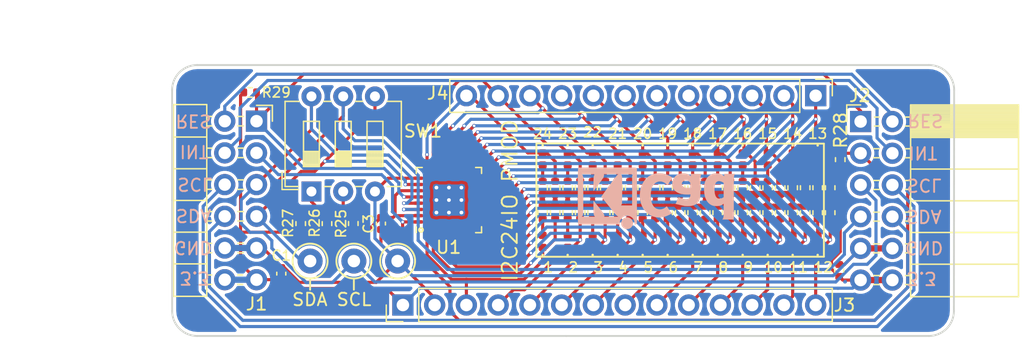
<source format=kicad_pcb>
(kicad_pcb (version 20171130) (host pcbnew "(5.1.10)-1")
  (title_block (title "iCEBreaker PMOD - Hyperram") (rev V1.0b) (company 1BitSquared) (comment 1 "2018 (C) 1BitSquared <info@1bitsquared.com>") (comment 2 "2018 (C) Piotr Esden-Tempski <piotr@esden.net>") (comment 3 "License: CC-BY-SA 4.0"))
  (layers (0 F.Cu signal) (31 B.Cu signal) (34 B.Paste user) (35 F.Paste user) (36 B.SilkS user) (37 F.SilkS user) (38 B.Mask user) (39 F.Mask user) (44 Edge.Cuts user))
  (net 0 "")
  (net 1 GND)
  (net 2 +3V3)
  (net 3 /SCL)
  (net 4 /SDA)
  (net 5 /io24)
  (net 6 /io22)
  (net 7 /io20)
  (net 8 /io18)
  (net 9 /io16)
  (net 10 /io14)
  (net 11 /io12)
  (net 12 /io10)
  (net 13 /io08)
  (net 14 /io06)
  (net 15 /io04)
  (net 16 /io02)
  (net 17 /io23)
  (net 18 /io21)
  (net 19 /io19)
  (net 20 /io17)
  (net 21 /io15)
  (net 22 /io13)
  (net 23 /io11)
  (net 24 /io09)
  (net 25 /io07)
  (net 26 /io05)
  (net 27 /io03)
  (net 28 /io01)
  (net 29 "Net-(D1-Pad2)")
  (net 30 "Net-(D2-Pad2)")
  (net 31 "Net-(D3-Pad2)")
  (net 32 "Net-(D4-Pad2)")
  (net 33 "Net-(D5-Pad2)")
  (net 34 "Net-(D6-Pad2)")
  (net 35 "Net-(D7-Pad2)")
  (net 36 "Net-(D8-Pad2)")
  (net 37 "Net-(D9-Pad2)")
  (net 38 "Net-(D10-Pad2)")
  (net 39 "Net-(D11-Pad2)")
  (net 40 "Net-(D12-Pad2)")
  (net 41 "Net-(R25-Pad2)")
  (net 42 "Net-(R26-Pad2)")
  (net 43 "Net-(R27-Pad1)")
  (net 44 "Net-(D13-Pad2)")
  (net 45 "Net-(D14-Pad2)")
  (net 46 "Net-(D15-Pad2)")
  (net 47 "Net-(D16-Pad2)")
  (net 48 "Net-(D17-Pad2)")
  (net 49 "Net-(D18-Pad2)")
  (net 50 "Net-(D19-Pad2)")
  (net 51 "Net-(D20-Pad2)")
  (net 52 "Net-(D21-Pad2)")
  (net 53 "Net-(D22-Pad2)")
  (net 54 "Net-(D23-Pad2)")
  (net 55 "Net-(D24-Pad2)")
  (net 56 /RES)
  (net 57 /INT)
  (net 58 /GPIO1)
  (net 59 /GPIO2)
  (net 60 /GPIO3)
  (net 61 /GPIO4)
  (module FM4DD:PMODPinSocket_2x06_P2.54mm_Horizontal (layer F.Cu) (at 197.49728 75.02356 180)
    (fp_text reference J2 (at 6.0198 8.2804) (layer F.SilkS))
    (fp_text value PMOD_02x06)
    (pad 12 thru_hole oval (at 3.42 -6.5) (size 1.7 1.7) (drill 1) (layers *.Cu *.Mask) (net 2 +3V3))
    (pad 6 thru_hole oval (at 5.96 -6.5) (size 1.7 1.7) (drill 1) (layers *.Cu *.Mask) (net 2 +3V3))
    (pad 11 thru_hole oval (at 3.42 -3.96) (size 1.7 1.7) (drill 1) (layers *.Cu *.Mask) (net 1 GND))
    (pad 5 thru_hole oval (at 5.96 -3.96) (size 1.7 1.7) (drill 1) (layers *.Cu *.Mask) (net 1 GND))
    (pad 10 thru_hole oval (at 3.42 -1.42) (size 1.7 1.7) (drill 1) (layers *.Cu *.Mask) (net 61 /GPIO4))
    (pad 4 thru_hole oval (at 5.96 -1.42) (size 1.7 1.7) (drill 1) (layers *.Cu *.Mask) (net 4 /SDA))
    (pad 9 thru_hole oval (at 3.42 1.12) (size 1.7 1.7) (drill 1) (layers *.Cu *.Mask) (net 60 /GPIO3))
    (pad 3 thru_hole oval (at 5.96 1.12) (size 1.7 1.7) (drill 1) (layers *.Cu *.Mask) (net 3 /SCL))
    (pad 8 thru_hole oval (at 3.42 3.66) (size 1.7 1.7) (drill 1) (layers *.Cu *.Mask) (net 59 /GPIO2))
    (pad 2 thru_hole oval (at 5.96 3.66) (size 1.7 1.7) (drill 1) (layers *.Cu *.Mask) (net 57 /INT))
    (pad 7 thru_hole oval (at 3.42 6.2) (size 1.7 1.7) (drill 1) (layers *.Cu *.Mask) (net 58 /GPIO1))
    (pad 1 thru_hole rect (at 5.96 6.2) (size 1.7 1.7) (drill 1) (layers *.Cu *.Mask) (net 56 /RES))
  )
  (module FM4DD:PMODHeader_2x06_P2.54mm_Horizontal (layer F.Cu) (at 143.2124 81.49548 180)
    (fp_text reference J1 (at -0.00508 -1.94564 180) (layer F.SilkS))
    (fp_text value PMOD_02x06)
    (pad 7 thru_hole circle (at 2.54 12.7 180) (size 1.7 1.7) (drill 1) (layers *.Cu *.Mask) (net 58 /GPIO1))
    (pad 1 thru_hole rect (at 0 12.7 180) (size 1.7 1.7) (drill 1) (layers *.Cu *.Mask) (net 56 /RES))
    (pad 8 thru_hole oval (at 2.54 10.16 180) (size 1.7 1.7) (drill 1) (layers *.Cu *.Mask) (net 59 /GPIO2))
    (pad 2 thru_hole oval (at 0 10.16 180) (size 1.7 1.7) (drill 1) (layers *.Cu *.Mask) (net 57 /INT))
    (pad 9 thru_hole oval (at 2.54 7.62 180) (size 1.7 1.7) (drill 1) (layers *.Cu *.Mask) (net 60 /GPIO3))
    (pad 3 thru_hole oval (at 0 7.62 180) (size 1.7 1.7) (drill 1) (layers *.Cu *.Mask) (net 3 /SCL))
    (pad 10 thru_hole oval (at 2.54 5.08 180) (size 1.7 1.7) (drill 1) (layers *.Cu *.Mask) (net 61 /GPIO4))
    (pad 4 thru_hole oval (at 0 5.08 180) (size 1.7 1.7) (drill 1) (layers *.Cu *.Mask) (net 4 /SDA))
    (pad 11 thru_hole oval (at 2.54 2.54 180) (size 1.7 1.7) (drill 1) (layers *.Cu *.Mask) (net 1 GND))
    (pad 5 thru_hole oval (at 0 2.54 180) (size 1.7 1.7) (drill 1) (layers *.Cu *.Mask) (net 1 GND))
    (pad 12 thru_hole oval (at 2.54 0 180) (size 1.7 1.7) (drill 1) (layers *.Cu *.Mask) (net 2 +3V3))
    (pad 6 thru_hole circle (at 0 0 180) (size 1.7 1.7) (drill 1) (layers *.Cu *.Mask) (net 2 +3V3))
  )
  (module Resistor_SMD:R_0402_1005Metric (layer F.Cu) (at 142.7044 66.48916 180)
    (fp_text reference R29 (at -2.08788 -0.00508) (layer F.SilkS) (effects (font (size 0.8 0.8) (thickness 0.13))))
    (fp_text value 10K)
    (pad 2 smd roundrect (at 0.51 0 180) (size 0.54 0.64) (layers F.Cu F.Paste F.Mask) (net 2 +3V3))
    (pad 1 smd roundrect (at -0.51 0 180) (size 0.54 0.64) (layers F.Cu F.Paste F.Mask) (net 56 /RES))
  )
  (module Resistor_SMD:R_0402_1005Metric (layer F.Cu) (at 189.90776 71.87396 270)
    (fp_text reference R28 (at -2.34188 -0.03048 90) (layer F.SilkS))
    (fp_text value 10K)
    (pad 2 smd roundrect (at 0.51 0 270) (size 0.54 0.64) (layers F.Cu F.Paste F.Mask) (net 2 +3V3))
    (pad 1 smd roundrect (at -0.51 0 270) (size 0.54 0.64) (layers F.Cu F.Paste F.Mask) (net 57 /INT))
  )
  (module FM4DD:KiCad-Logo2_5mm_SilkScreen (layer B.Cu) (at 175.20116 74.4546)
    (fp_text reference REF** hide)
    (fp_text value KiCad-Logo2_5mm_SilkScreen hide)
  )
  (module Button_Switch_THT:SW_DIP_SPSTx03_Slide_6.7x9.18mm_W7.62mm_P2.54mm_LowProfile (layer F.Cu) (at 147.6066 74.4292 90)
    (fp_text reference SW1 (at 4.84124 8.92048) (layer F.SilkS))
    (fp_text value SW_DIP_x03)
    (pad 6 thru_hole oval (at 7.62 0 90) (size 1.6 1.6) (drill 0.8) (layers *.Cu *.Mask) (net 3 /SCL))
    (pad 3 thru_hole oval (at 0 5.08 90) (size 1.6 1.6) (drill 0.8) (layers *.Cu *.Mask) (net 1 GND))
    (pad 5 thru_hole oval (at 7.62 2.54 90) (size 1.6 1.6) (drill 0.8) (layers *.Cu *.Mask) (net 4 /SDA))
    (pad 2 thru_hole oval (at 0 2.54 90) (size 1.6 1.6) (drill 0.8) (layers *.Cu *.Mask) (net 41 "Net-(R25-Pad2)"))
    (pad 4 thru_hole oval (at 7.62 5.08 90) (size 1.6 1.6) (drill 0.8) (layers *.Cu *.Mask) (net 43 "Net-(R27-Pad1)"))
    (pad 1 thru_hole rect (at 0 0 90) (size 1.6 1.6) (drill 0.8) (layers *.Cu *.Mask) (net 42 "Net-(R26-Pad2)"))
  )
  (module FM4DD:UQFN-32-1EP_5x5mm_P0.5mm_EP3.15x3.15mm_ThermalVias (layer F.Cu) (at 158.6048 75.115 90)
    (fp_text reference U1 (at -3.7846 -0.0254 180) (layer F.SilkS))
    (fp_text value TCA6424A)
    (pad 24 smd custom (at 2.4635 -1.7526 270) (size 0.6 0.285) (layers F.Cu F.Paste F.Mask) (net 5 /io24) (clearance 0.07) (options (clearance outline) (anchor rect)) (primitives (gr_circle (center 0.28 0) (end 0.42 0) (width 0))))
    (pad 33 smd rect (at 0 0 90) (size 2.5 2.5) (layers B.Cu))
    (pad 33 thru_hole circle (at 1 1 90) (size 0.6 0.6) (drill 0.3) (layers *.Cu))
    (pad 33 thru_hole circle (at 0 1 90) (size 0.6 0.6) (drill 0.3) (layers *.Cu))
    (pad 33 thru_hole circle (at -1 1 90) (size 0.6 0.6) (drill 0.3) (layers *.Cu))
    (pad 33 thru_hole circle (at 1 0 90) (size 0.6 0.6) (drill 0.3) (layers *.Cu))
    (pad 33 thru_hole circle (at 0 0 90) (size 0.6 0.6) (drill 0.3) (layers *.Cu))
    (pad 33 thru_hole circle (at -1 0 90) (size 0.6 0.6) (drill 0.3) (layers *.Cu))
    (pad 33 thru_hole circle (at 1 -1 90) (size 0.6 0.6) (drill 0.3) (layers *.Cu))
    (pad 33 thru_hole circle (at 0 -1 90) (size 0.6 0.6) (drill 0.3) (layers *.Cu))
    (pad 33 thru_hole circle (at -1 -1 90) (size 0.6 0.6) (drill 0.3) (layers *.Cu))
    (pad 33 smd rect (at 0 0 90) (size 3.15 3.15) (layers F.Cu F.Mask))
    (pad 32 smd custom (at -1.75 -2.4635 90) (size 0.278 0.6) (layers F.Cu F.Paste F.Mask) (net 57 /INT) (clearance 0.07) (options (clearance outline) (anchor rect)) (primitives (gr_circle (center 0 0.28) (end 0.14 0.28) (width 0))))
    (pad 31 smd custom (at -1.25 -2.4635 90) (size 0.278 0.6) (layers F.Cu F.Paste F.Mask) (net 2 +3V3) (clearance 0.07) (options (clearance outline) (anchor rect)) (primitives (gr_circle (center 0 0.28) (end 0.14 0.28) (width 0))))
    (pad 30 smd custom (at -0.75 -2.4635 90) (size 0.278 0.6) (layers F.Cu F.Paste F.Mask) (net 4 /SDA) (clearance 0.07) (options (clearance outline) (anchor rect)) (primitives (gr_circle (center 0 0.28) (end 0.14 0.28) (width 0))))
    (pad 29 smd custom (at -0.25 -2.4635 90) (size 0.278 0.6) (layers F.Cu F.Paste F.Mask) (net 3 /SCL) (clearance 0.07) (options (clearance outline) (anchor rect)) (primitives (gr_circle (center 0 0.28) (end 0.14 0.28) (width 0))))
    (pad 28 smd custom (at 0.25 -2.4635 90) (size 0.278 0.6) (layers F.Cu F.Paste F.Mask) (net 56 /RES) (clearance 0.07) (options (clearance outline) (anchor rect)) (primitives (gr_circle (center 0 0.28) (end 0.14 0.28) (width 0))))
    (pad 27 smd custom (at 0.75 -2.4635 90) (size 0.278 0.6) (layers F.Cu F.Paste F.Mask) (net 2 +3V3) (clearance 0.07) (options (clearance outline) (anchor rect)) (primitives (gr_circle (center 0 0.28) (end 0.14 0.28) (width 0))))
    (pad 26 smd custom (at 1.25 -2.4635 90) (size 0.278 0.6) (layers F.Cu F.Paste F.Mask) (net 43 "Net-(R27-Pad1)") (clearance 0.07) (options (clearance outline) (anchor rect)) (primitives (gr_circle (center 0 0.28) (end 0.14 0.28) (width 0))))
    (pad 25 smd custom (at 1.75 -2.4635 90) (size 0.278 0.6) (layers F.Cu F.Paste F.Mask) (net 1 GND) (clearance 0.07) (options (clearance outline) (anchor rect)) (primitives (gr_circle (center 0 0.28) (end 0.14 0.28) (width 0))))
    (pad 23 smd custom (at 2.4635 -1.25 90) (size 0.6 0.278) (layers F.Cu F.Paste F.Mask) (net 17 /io23) (clearance 0.07) (options (clearance outline) (anchor rect)) (primitives (gr_circle (center -0.28 0) (end -0.14 0) (width 0))))
    (pad 22 smd custom (at 2.4635 -0.75 90) (size 0.6 0.278) (layers F.Cu F.Paste F.Mask) (net 6 /io22) (clearance 0.07) (options (clearance outline) (anchor rect)) (primitives (gr_circle (center -0.28 0) (end -0.14 0) (width 0))))
    (pad 21 smd custom (at 2.4635 -0.25 90) (size 0.6 0.278) (layers F.Cu F.Paste F.Mask) (net 18 /io21) (clearance 0.07) (options (clearance outline) (anchor rect)) (primitives (gr_circle (center -0.28 0) (end -0.14 0) (width 0))))
    (pad 20 smd custom (at 2.4635 0.25 90) (size 0.6 0.278) (layers F.Cu F.Paste F.Mask) (net 7 /io20) (clearance 0.07) (options (clearance outline) (anchor rect)) (primitives (gr_circle (center -0.28 0) (end -0.14 0) (width 0))))
    (pad 19 smd custom (at 2.4635 0.75 90) (size 0.6 0.278) (layers F.Cu F.Paste F.Mask) (net 19 /io19) (clearance 0.07) (options (clearance outline) (anchor rect)) (primitives (gr_circle (center -0.28 0) (end -0.14 0) (width 0))))
    (pad 18 smd custom (at 2.4635 1.25 90) (size 0.6 0.278) (layers F.Cu F.Paste F.Mask) (net 8 /io18) (clearance 0.07) (options (clearance outline) (anchor rect)) (primitives (gr_circle (center -0.28 0) (end -0.14 0) (width 0))))
    (pad 17 smd custom (at 2.4635 1.75 90) (size 0.6 0.278) (layers F.Cu F.Paste F.Mask) (net 20 /io17) (clearance 0.07) (options (clearance outline) (anchor rect)) (primitives (gr_circle (center -0.28 0) (end -0.14 0) (width 0))))
    (pad 16 smd custom (at 1.75 2.4635 90) (size 0.278 0.6) (layers F.Cu F.Paste F.Mask) (net 9 /io16) (clearance 0.07) (options (clearance outline) (anchor rect)) (primitives (gr_circle (center 0 -0.28) (end 0.14 -0.28) (width 0))))
    (pad 15 smd custom (at 1.25 2.4635 90) (size 0.278 0.6) (layers F.Cu F.Paste F.Mask) (net 21 /io15) (clearance 0.07) (options (clearance outline) (anchor rect)) (primitives (gr_circle (center 0 -0.28) (end 0.14 -0.28) (width 0))))
    (pad 14 smd custom (at 0.75 2.4635 90) (size 0.278 0.6) (layers F.Cu F.Paste F.Mask) (net 10 /io14) (clearance 0.07) (options (clearance outline) (anchor rect)) (primitives (gr_circle (center 0 -0.28) (end 0.14 -0.28) (width 0))))
    (pad 13 smd custom (at 0.25 2.4635 90) (size 0.278 0.6) (layers F.Cu F.Paste F.Mask) (net 22 /io13) (clearance 0.07) (options (clearance outline) (anchor rect)) (primitives (gr_circle (center 0 -0.28) (end 0.14 -0.28) (width 0))))
    (pad 12 smd custom (at -0.25 2.4635 90) (size 0.278 0.6) (layers F.Cu F.Paste F.Mask) (net 11 /io12) (clearance 0.07) (options (clearance outline) (anchor rect)) (primitives (gr_circle (center 0 -0.28) (end 0.14 -0.28) (width 0))))
    (pad 11 smd custom (at -0.75 2.4635 90) (size 0.278 0.6) (layers F.Cu F.Paste F.Mask) (net 23 /io11) (clearance 0.07) (options (clearance outline) (anchor rect)) (primitives (gr_circle (center 0 -0.28) (end 0.14 -0.28) (width 0))))
    (pad 10 smd custom (at -1.25 2.4635 90) (size 0.278 0.6) (layers F.Cu F.Paste F.Mask) (net 12 /io10) (clearance 0.07) (options (clearance outline) (anchor rect)) (primitives (gr_circle (center 0 -0.28) (end 0.14 -0.28) (width 0))))
    (pad 9 smd custom (at -1.75 2.4635 90) (size 0.278 0.6) (layers F.Cu F.Paste F.Mask) (net 24 /io09) (clearance 0.07) (options (clearance outline) (anchor rect)) (primitives (gr_circle (center 0 -0.28) (end 0.14 -0.28) (width 0))))
    (pad 8 smd custom (at -2.4635 1.75 90) (size 0.6 0.278) (layers F.Cu F.Paste F.Mask) (net 13 /io08) (clearance 0.07) (options (clearance outline) (anchor rect)) (primitives (gr_circle (center 0.28 0) (end 0.42 0) (width 0))))
    (pad 7 smd custom (at -2.4635 1.25 90) (size 0.6 0.278) (layers F.Cu F.Paste F.Mask) (net 25 /io07) (clearance 0.07) (options (clearance outline) (anchor rect)) (primitives (gr_circle (center 0.28 0) (end 0.42 0) (width 0))))
    (pad 6 smd custom (at -2.4635 0.75 90) (size 0.6 0.278) (layers F.Cu F.Paste F.Mask) (net 14 /io06) (clearance 0.07) (options (clearance outline) (anchor rect)) (primitives (gr_circle (center 0.28 0) (end 0.42 0) (width 0))))
    (pad 5 smd custom (at -2.4635 0.25 90) (size 0.6 0.278) (layers F.Cu F.Paste F.Mask) (net 26 /io05) (clearance 0.07) (options (clearance outline) (anchor rect)) (primitives (gr_circle (center 0.28 0) (end 0.42 0) (width 0))))
    (pad 4 smd custom (at -2.4635 -0.25 90) (size 0.6 0.278) (layers F.Cu F.Paste F.Mask) (net 15 /io04) (clearance 0.07) (options (clearance outline) (anchor rect)) (primitives (gr_circle (center 0.28 0) (end 0.42 0) (width 0))))
    (pad 3 smd custom (at -2.4635 -0.75 90) (size 0.6 0.278) (layers F.Cu F.Paste F.Mask) (net 27 /io03) (clearance 0.07) (options (clearance outline) (anchor rect)) (primitives (gr_circle (center 0.28 0) (end 0.42 0) (width 0))))
    (pad 2 smd custom (at -2.4635 -1.25 90) (size 0.6 0.278) (layers F.Cu F.Paste F.Mask) (net 16 /io02) (clearance 0.07) (options (clearance outline) (anchor rect)) (primitives (gr_circle (center 0.28 0) (end 0.42 0) (width 0))))
    (pad 1 smd custom (at -2.4635 -1.7526 90) (size 0.6 0.278) (layers F.Cu F.Paste F.Mask) (net 28 /io01) (clearance 0.07) (options (clearance outline) (anchor rect)) (primitives (gr_circle (center 0.28 0) (end 0.42 0) (width 0))))
  )
  (module Resistor_SMD:R_0402_1005Metric (layer F.Cu) (at 167.103 74.1242 270)
    (fp_text reference R54 hide)
    (fp_text value 100K)
    (pad 2 smd roundrect (at 0.51 0 270) (size 0.54 0.64) (layers F.Cu F.Paste F.Mask) (net 2 +3V3))
    (pad 1 smd roundrect (at -0.51 0 270) (size 0.54 0.64) (layers F.Cu F.Paste F.Mask) (net 5 /io24))
  )
  (module Resistor_SMD:R_0402_1005Metric (layer F.Cu) (at 187.103 74.1242 270)
    (fp_text reference R44 hide)
    (fp_text value 100K)
    (pad 2 smd roundrect (at 0.51 0 270) (size 0.54 0.64) (layers F.Cu F.Paste F.Mask) (net 2 +3V3))
    (pad 1 smd roundrect (at -0.51 0 270) (size 0.54 0.64) (layers F.Cu F.Paste F.Mask) (net 10 /io14))
  )
  (module Resistor_SMD:R_0402_1005Metric (layer F.Cu) (at 166.103 74.1242 270)
    (fp_text reference R24 hide)
    (fp_text value 470)
    (pad 2 smd roundrect (at 0.51 0 270) (size 0.54 0.64) (layers F.Cu F.Paste F.Mask) (net 2 +3V3))
    (pad 1 smd roundrect (at -0.51 0 270) (size 0.54 0.64) (layers F.Cu F.Paste F.Mask) (net 55 "Net-(D24-Pad2)"))
  )
  (module LED_SMD:LED_0402_1005Metric (layer F.Cu) (at 166.103 71.8242 270)
    (fp_text reference D24 hide)
    (fp_text value LED_Small)
    (pad 2 smd roundrect (at 0.485 0 270) (size 0.59 0.64) (layers F.Cu F.Paste F.Mask) (net 55 "Net-(D24-Pad2)"))
    (pad 1 smd roundrect (at -0.485 0 270) (size 0.59 0.64) (layers F.Cu F.Paste F.Mask) (net 5 /io24))
  )
  (module LED_SMD:LED_0402_1005Metric (layer F.Cu) (at 168.103 71.8242 270)
    (fp_text reference D23 hide)
    (fp_text value LED_Small)
    (pad 2 smd roundrect (at 0.485 0 270) (size 0.59 0.64) (layers F.Cu F.Paste F.Mask) (net 54 "Net-(D23-Pad2)"))
    (pad 1 smd roundrect (at -0.485 0 270) (size 0.59 0.64) (layers F.Cu F.Paste F.Mask) (net 17 /io23))
  )
  (module LED_SMD:LED_0402_1005Metric (layer F.Cu) (at 170.103 71.8242 270)
    (fp_text reference D22 hide)
    (fp_text value LED_Small)
    (pad 2 smd roundrect (at 0.485 0 270) (size 0.59 0.64) (layers F.Cu F.Paste F.Mask) (net 53 "Net-(D22-Pad2)"))
    (pad 1 smd roundrect (at -0.485 0 270) (size 0.59 0.64) (layers F.Cu F.Paste F.Mask) (net 6 /io22))
  )
  (module LED_SMD:LED_0402_1005Metric (layer F.Cu) (at 172.102 71.8242 270)
    (fp_text reference D21 hide)
    (fp_text value LED_Small)
    (pad 2 smd roundrect (at 0.485 0 270) (size 0.59 0.64) (layers F.Cu F.Paste F.Mask) (net 52 "Net-(D21-Pad2)"))
    (pad 1 smd roundrect (at -0.485 0 270) (size 0.59 0.64) (layers F.Cu F.Paste F.Mask) (net 18 /io21))
  )
  (module LED_SMD:LED_0402_1005Metric (layer F.Cu) (at 174.103 71.8242 270)
    (fp_text reference D20 hide)
    (fp_text value LED_Small)
    (pad 2 smd roundrect (at 0.485 0 270) (size 0.59 0.64) (layers F.Cu F.Paste F.Mask) (net 51 "Net-(D20-Pad2)"))
    (pad 1 smd roundrect (at -0.485 0 270) (size 0.59 0.64) (layers F.Cu F.Paste F.Mask) (net 7 /io20))
  )
  (module TestPoint:TestPoint_Keystone_5000-5004_Miniature (layer F.Cu) (at 154.5 80)
    (fp_text reference TP3 hide)
    (fp_text value TestPoint)
    (pad 1 thru_hole circle (at 0 0) (size 2 2) (drill 1) (layers *.Cu *.Mask) (net 1 GND))
  )
  (module TestPoint:TestPoint_Keystone_5000-5004_Miniature (layer F.Cu) (at 151 80)
    (fp_text reference TP2 hide)
    (fp_text value TestPoint)
    (pad 1 thru_hole circle (at 0 0) (size 2 2) (drill 1) (layers *.Cu *.Mask) (net 3 /SCL))
  )
  (module TestPoint:TestPoint_Keystone_5000-5004_Miniature (layer F.Cu) (at 147.5 80)
    (fp_text reference TP1 hide)
    (fp_text value TestPoint)
    (pad 1 thru_hole circle (at 0 0) (size 2 2) (drill 1) (layers *.Cu *.Mask) (net 4 /SDA))
  )
  (module Connector_PinHeader_2.54mm:PinHeader_1x12_P2.54mm_Vertical (layer F.Cu) (at 187.9418 66.7584 270)
    (fp_text reference J4 (at -0.19812 30.24124 180) (layer F.SilkS))
    (fp_text value Conn_01x12)
    (pad 12 thru_hole oval (at 0 27.94 270) (size 1.7 1.7) (drill 1) (layers *.Cu *.Mask) (net 5 /io24))
    (pad 11 thru_hole oval (at 0 25.4 270) (size 1.7 1.7) (drill 1) (layers *.Cu *.Mask) (net 17 /io23))
    (pad 10 thru_hole oval (at 0 22.86 270) (size 1.7 1.7) (drill 1) (layers *.Cu *.Mask) (net 6 /io22))
    (pad 9 thru_hole oval (at 0 20.32 270) (size 1.7 1.7) (drill 1) (layers *.Cu *.Mask) (net 18 /io21))
    (pad 8 thru_hole oval (at 0 17.78 270) (size 1.7 1.7) (drill 1) (layers *.Cu *.Mask) (net 7 /io20))
    (pad 7 thru_hole oval (at 0 15.24 270) (size 1.7 1.7) (drill 1) (layers *.Cu *.Mask) (net 19 /io19))
    (pad 6 thru_hole oval (at 0 12.7 270) (size 1.7 1.7) (drill 1) (layers *.Cu *.Mask) (net 8 /io18))
    (pad 5 thru_hole oval (at 0 10.16 270) (size 1.7 1.7) (drill 1) (layers *.Cu *.Mask) (net 20 /io17))
    (pad 4 thru_hole oval (at 0 7.62 270) (size 1.7 1.7) (drill 1) (layers *.Cu *.Mask) (net 9 /io16))
    (pad 3 thru_hole oval (at 0 5.08 270) (size 1.7 1.7) (drill 1) (layers *.Cu *.Mask) (net 21 /io15))
    (pad 2 thru_hole oval (at 0 2.54 270) (size 1.7 1.7) (drill 1) (layers *.Cu *.Mask) (net 10 /io14))
    (pad 1 thru_hole rect (at 0 0 270) (size 1.7 1.7) (drill 1) (layers *.Cu *.Mask) (net 22 /io13))
  )
  (module Connector_PinHeader_2.54mm:PinHeader_1x14_P2.54mm_Vertical (layer F.Cu) (at 154.9218 83.5224 90)
    (fp_text reference J3 (at -0.0127 35.32124 180) (layer F.SilkS))
    (fp_text value Conn_01x14)
    (pad 14 thru_hole oval (at 0 33.02 90) (size 1.7 1.7) (drill 1) (layers *.Cu *.Mask) (net 11 /io12))
    (pad 13 thru_hole oval (at 0 30.48 90) (size 1.7 1.7) (drill 1) (layers *.Cu *.Mask) (net 23 /io11))
    (pad 12 thru_hole oval (at 0 27.94 90) (size 1.7 1.7) (drill 1) (layers *.Cu *.Mask) (net 12 /io10))
    (pad 11 thru_hole oval (at 0 25.4 90) (size 1.7 1.7) (drill 1) (layers *.Cu *.Mask) (net 24 /io09))
    (pad 10 thru_hole oval (at 0 22.86 90) (size 1.7 1.7) (drill 1) (layers *.Cu *.Mask) (net 13 /io08))
    (pad 9 thru_hole oval (at 0 20.32 90) (size 1.7 1.7) (drill 1) (layers *.Cu *.Mask) (net 25 /io07))
    (pad 8 thru_hole oval (at 0 17.78 90) (size 1.7 1.7) (drill 1) (layers *.Cu *.Mask) (net 14 /io06))
    (pad 7 thru_hole oval (at 0 15.24 90) (size 1.7 1.7) (drill 1) (layers *.Cu *.Mask) (net 26 /io05))
    (pad 6 thru_hole oval (at 0 12.7 90) (size 1.7 1.7) (drill 1) (layers *.Cu *.Mask) (net 15 /io04))
    (pad 5 thru_hole oval (at 0 10.16 90) (size 1.7 1.7) (drill 1) (layers *.Cu *.Mask) (net 27 /io03))
    (pad 4 thru_hole oval (at 0 7.62 90) (size 1.7 1.7) (drill 1) (layers *.Cu *.Mask) (net 16 /io02))
    (pad 3 thru_hole oval (at 0 5.08 90) (size 1.7 1.7) (drill 1) (layers *.Cu *.Mask) (net 28 /io01))
    (pad 2 thru_hole oval (at 0 2.54 90) (size 1.7 1.7) (drill 1) (layers *.Cu *.Mask) (net 1 GND))
    (pad 1 thru_hole rect (at 0 0 90) (size 1.7 1.7) (drill 1) (layers *.Cu *.Mask) (net 2 +3V3))
  )
  (module Capacitor_SMD:C_0402_1005Metric (layer F.Cu) (at 153.16412 76.9946 270)
    (fp_text reference C3 (at 0.0254 0.9906 90) (layer F.SilkS) (effects (font (size 0.8 0.8) (thickness 0.13))))
    (fp_text value 0.1uF)
    (pad 2 smd roundrect (at 0.48 0 270) (size 0.56 0.62) (layers F.Cu F.Paste F.Mask) (net 1 GND))
    (pad 1 smd roundrect (at -0.48 0 270) (size 0.56 0.62) (layers F.Cu F.Paste F.Mask) (net 2 +3V3))
  )
  (module Capacitor_SMD:C_0402_1005Metric (layer F.Cu) (at 189.8214 80.7538 90)
    (fp_text reference C2 hide)
    (fp_text value 0.1uF)
    (pad 1 smd roundrect (at -0.48 0 90) (size 0.56 0.62) (layers F.Cu F.Paste F.Mask) (net 2 +3V3))
    (pad 2 smd roundrect (at 0.48 0 90) (size 0.56 0.62) (layers F.Cu F.Paste F.Mask) (net 1 GND))
  )
  (module Capacitor_SMD:C_0402_1005Metric (layer F.Cu) (at 145.1936 81.0078 90)
    (fp_text reference C1 (at 1.4478 0 180) (layer F.SilkS) (effects (font (size 0.8 0.8) (thickness 0.13))))
    (fp_text value 0.1uF)
    (pad 2 smd roundrect (at 0.48 0 90) (size 0.56 0.62) (layers F.Cu F.Paste F.Mask) (net 1 GND))
    (pad 1 smd roundrect (at -0.48 0 90) (size 0.56 0.62) (layers F.Cu F.Paste F.Mask) (net 2 +3V3))
  )
  (module Resistor_SMD:R_0402_1005Metric (layer F.Cu) (at 169.103 74.1242 270)
    (fp_text reference R53 hide)
    (fp_text value 100K)
    (pad 1 smd roundrect (at -0.51 0 270) (size 0.54 0.64) (layers F.Cu F.Paste F.Mask) (net 17 /io23))
    (pad 2 smd roundrect (at 0.51 0 270) (size 0.54 0.64) (layers F.Cu F.Paste F.Mask) (net 2 +3V3))
  )
  (module Resistor_SMD:R_0402_1005Metric (layer F.Cu) (at 171.103 74.1242 270)
    (fp_text reference R52 hide)
    (fp_text value 100K)
    (pad 1 smd roundrect (at -0.51 0 270) (size 0.54 0.64) (layers F.Cu F.Paste F.Mask) (net 6 /io22))
    (pad 2 smd roundrect (at 0.51 0 270) (size 0.54 0.64) (layers F.Cu F.Paste F.Mask) (net 2 +3V3))
  )
  (module Resistor_SMD:R_0402_1005Metric (layer F.Cu) (at 173.103 74.1242 270)
    (fp_text reference R51 hide)
    (fp_text value 100K)
    (pad 1 smd roundrect (at -0.51 0 270) (size 0.54 0.64) (layers F.Cu F.Paste F.Mask) (net 18 /io21))
    (pad 2 smd roundrect (at 0.51 0 270) (size 0.54 0.64) (layers F.Cu F.Paste F.Mask) (net 2 +3V3))
  )
  (module Resistor_SMD:R_0402_1005Metric (layer F.Cu) (at 175.103 74.1242 270)
    (fp_text reference R50 hide)
    (fp_text value 100K)
    (pad 1 smd roundrect (at -0.51 0 270) (size 0.54 0.64) (layers F.Cu F.Paste F.Mask) (net 7 /io20))
    (pad 2 smd roundrect (at 0.51 0 270) (size 0.54 0.64) (layers F.Cu F.Paste F.Mask) (net 2 +3V3))
  )
  (module Resistor_SMD:R_0402_1005Metric (layer F.Cu) (at 177.103 74.1242 270)
    (fp_text reference R49 hide)
    (fp_text value 100K)
    (pad 1 smd roundrect (at -0.51 0 270) (size 0.54 0.64) (layers F.Cu F.Paste F.Mask) (net 19 /io19))
    (pad 2 smd roundrect (at 0.51 0 270) (size 0.54 0.64) (layers F.Cu F.Paste F.Mask) (net 2 +3V3))
  )
  (module Resistor_SMD:R_0402_1005Metric (layer F.Cu) (at 179.103 74.1242 270)
    (fp_text reference R48 hide)
    (fp_text value 100K)
    (pad 1 smd roundrect (at -0.51 0 270) (size 0.54 0.64) (layers F.Cu F.Paste F.Mask) (net 8 /io18))
    (pad 2 smd roundrect (at 0.51 0 270) (size 0.54 0.64) (layers F.Cu F.Paste F.Mask) (net 2 +3V3))
  )
  (module Resistor_SMD:R_0402_1005Metric (layer F.Cu) (at 181.103 74.1242 270)
    (fp_text reference R47 hide)
    (fp_text value 100K)
    (pad 1 smd roundrect (at -0.51 0 270) (size 0.54 0.64) (layers F.Cu F.Paste F.Mask) (net 20 /io17))
    (pad 2 smd roundrect (at 0.51 0 270) (size 0.54 0.64) (layers F.Cu F.Paste F.Mask) (net 2 +3V3))
  )
  (module Resistor_SMD:R_0402_1005Metric (layer F.Cu) (at 183.103 74.1242 270)
    (fp_text reference R46 hide)
    (fp_text value 100K)
    (pad 1 smd roundrect (at -0.51 0 270) (size 0.54 0.64) (layers F.Cu F.Paste F.Mask) (net 9 /io16))
    (pad 2 smd roundrect (at 0.51 0 270) (size 0.54 0.64) (layers F.Cu F.Paste F.Mask) (net 2 +3V3))
  )
  (module Resistor_SMD:R_0402_1005Metric (layer F.Cu) (at 185.103 74.1242 270)
    (fp_text reference R45 hide)
    (fp_text value 100K)
    (pad 1 smd roundrect (at -0.51 0 270) (size 0.54 0.64) (layers F.Cu F.Paste F.Mask) (net 21 /io15))
    (pad 2 smd roundrect (at 0.51 0 270) (size 0.54 0.64) (layers F.Cu F.Paste F.Mask) (net 2 +3V3))
  )
  (module Resistor_SMD:R_0402_1005Metric (layer F.Cu) (at 189.103 74.1242 270)
    (fp_text reference R43 hide)
    (fp_text value 100K)
    (pad 1 smd roundrect (at -0.51 0 270) (size 0.54 0.64) (layers F.Cu F.Paste F.Mask) (net 22 /io13))
    (pad 2 smd roundrect (at 0.51 0 270) (size 0.54 0.64) (layers F.Cu F.Paste F.Mask) (net 2 +3V3))
  )
  (module Resistor_SMD:R_0402_1005Metric (layer F.Cu) (at 187.103 76.1242 90)
    (fp_text reference R41 hide)
    (fp_text value 100K)
    (pad 1 smd roundrect (at -0.51 0 90) (size 0.54 0.64) (layers F.Cu F.Paste F.Mask) (net 23 /io11))
    (pad 2 smd roundrect (at 0.51 0 90) (size 0.54 0.64) (layers F.Cu F.Paste F.Mask) (net 2 +3V3))
  )
  (module Resistor_SMD:R_0402_1005Metric (layer F.Cu) (at 185.103 76.1242 90)
    (fp_text reference R40 hide)
    (fp_text value 100K)
    (pad 1 smd roundrect (at -0.51 0 90) (size 0.54 0.64) (layers F.Cu F.Paste F.Mask) (net 12 /io10))
    (pad 2 smd roundrect (at 0.51 0 90) (size 0.54 0.64) (layers F.Cu F.Paste F.Mask) (net 2 +3V3))
  )
  (module Resistor_SMD:R_0402_1005Metric (layer F.Cu) (at 183.103 76.1242 90)
    (fp_text reference R39 hide)
    (fp_text value 100K)
    (pad 1 smd roundrect (at -0.51 0 90) (size 0.54 0.64) (layers F.Cu F.Paste F.Mask) (net 24 /io09))
    (pad 2 smd roundrect (at 0.51 0 90) (size 0.54 0.64) (layers F.Cu F.Paste F.Mask) (net 2 +3V3))
  )
  (module Resistor_SMD:R_0402_1005Metric (layer F.Cu) (at 181.103 76.1242 90)
    (fp_text reference R38 hide)
    (fp_text value 100K)
    (pad 1 smd roundrect (at -0.51 0 90) (size 0.54 0.64) (layers F.Cu F.Paste F.Mask) (net 13 /io08))
    (pad 2 smd roundrect (at 0.51 0 90) (size 0.54 0.64) (layers F.Cu F.Paste F.Mask) (net 2 +3V3))
  )
  (module Resistor_SMD:R_0402_1005Metric (layer F.Cu) (at 179.103 76.1242 90)
    (fp_text reference R37 hide)
    (fp_text value 100K)
    (pad 1 smd roundrect (at -0.51 0 90) (size 0.54 0.64) (layers F.Cu F.Paste F.Mask) (net 25 /io07))
    (pad 2 smd roundrect (at 0.51 0 90) (size 0.54 0.64) (layers F.Cu F.Paste F.Mask) (net 2 +3V3))
  )
  (module Resistor_SMD:R_0402_1005Metric (layer F.Cu) (at 177.103 76.1242 90)
    (fp_text reference R36 hide)
    (fp_text value 100K)
    (pad 1 smd roundrect (at -0.51 0 90) (size 0.54 0.64) (layers F.Cu F.Paste F.Mask) (net 14 /io06))
    (pad 2 smd roundrect (at 0.51 0 90) (size 0.54 0.64) (layers F.Cu F.Paste F.Mask) (net 2 +3V3))
  )
  (module Resistor_SMD:R_0402_1005Metric (layer F.Cu) (at 175.103 76.1242 90)
    (fp_text reference R35 hide)
    (fp_text value 100K)
    (pad 1 smd roundrect (at -0.51 0 90) (size 0.54 0.64) (layers F.Cu F.Paste F.Mask) (net 26 /io05))
    (pad 2 smd roundrect (at 0.51 0 90) (size 0.54 0.64) (layers F.Cu F.Paste F.Mask) (net 2 +3V3))
  )
  (module Resistor_SMD:R_0402_1005Metric (layer F.Cu) (at 173.103 76.1242 90)
    (fp_text reference R34 hide)
    (fp_text value 100K)
    (pad 1 smd roundrect (at -0.51 0 90) (size 0.54 0.64) (layers F.Cu F.Paste F.Mask) (net 15 /io04))
    (pad 2 smd roundrect (at 0.51 0 90) (size 0.54 0.64) (layers F.Cu F.Paste F.Mask) (net 2 +3V3))
  )
  (module Resistor_SMD:R_0402_1005Metric (layer F.Cu) (at 171.103 76.1242 90)
    (fp_text reference R33 hide)
    (fp_text value 100K)
    (pad 1 smd roundrect (at -0.51 0 90) (size 0.54 0.64) (layers F.Cu F.Paste F.Mask) (net 27 /io03))
    (pad 2 smd roundrect (at 0.51 0 90) (size 0.54 0.64) (layers F.Cu F.Paste F.Mask) (net 2 +3V3))
  )
  (module Resistor_SMD:R_0402_1005Metric (layer F.Cu) (at 169.103 76.1242 90)
    (fp_text reference R32 hide)
    (fp_text value 100K)
    (pad 1 smd roundrect (at -0.51 0 90) (size 0.54 0.64) (layers F.Cu F.Paste F.Mask) (net 16 /io02))
    (pad 2 smd roundrect (at 0.51 0 90) (size 0.54 0.64) (layers F.Cu F.Paste F.Mask) (net 2 +3V3))
  )
  (module Resistor_SMD:R_0402_1005Metric (layer F.Cu) (at 167.103 76.1242 90)
    (fp_text reference R31 hide)
    (fp_text value 100K)
    (pad 1 smd roundrect (at -0.51 0 90) (size 0.54 0.64) (layers F.Cu F.Paste F.Mask) (net 28 /io01))
    (pad 2 smd roundrect (at 0.51 0 90) (size 0.54 0.64) (layers F.Cu F.Paste F.Mask) (net 2 +3V3))
  )
  (module Resistor_SMD:R_0402_1005Metric (layer F.Cu) (at 189.103 76.1242 90)
    (fp_text reference R42 hide)
    (fp_text value 100K)
    (pad 1 smd roundrect (at -0.51 0 90) (size 0.54 0.64) (layers F.Cu F.Paste F.Mask) (net 11 /io12))
    (pad 2 smd roundrect (at 0.51 0 90) (size 0.54 0.64) (layers F.Cu F.Paste F.Mask) (net 2 +3V3))
  )
  (module Resistor_SMD:R_0402_1005Metric (layer F.Cu) (at 168.103 74.1242 270)
    (fp_text reference R23 hide)
    (fp_text value 470)
    (pad 2 smd roundrect (at 0.51 0 270) (size 0.54 0.64) (layers F.Cu F.Paste F.Mask) (net 2 +3V3))
    (pad 1 smd roundrect (at -0.51 0 270) (size 0.54 0.64) (layers F.Cu F.Paste F.Mask) (net 54 "Net-(D23-Pad2)"))
  )
  (module Resistor_SMD:R_0402_1005Metric (layer F.Cu) (at 170.103 74.1242 270)
    (fp_text reference R22 hide)
    (fp_text value 470)
    (pad 2 smd roundrect (at 0.51 0 270) (size 0.54 0.64) (layers F.Cu F.Paste F.Mask) (net 2 +3V3))
    (pad 1 smd roundrect (at -0.51 0 270) (size 0.54 0.64) (layers F.Cu F.Paste F.Mask) (net 53 "Net-(D22-Pad2)"))
  )
  (module Resistor_SMD:R_0402_1005Metric (layer F.Cu) (at 172.103 74.1242 270)
    (fp_text reference R21 hide)
    (fp_text value 470)
    (pad 2 smd roundrect (at 0.51 0 270) (size 0.54 0.64) (layers F.Cu F.Paste F.Mask) (net 2 +3V3))
    (pad 1 smd roundrect (at -0.51 0 270) (size 0.54 0.64) (layers F.Cu F.Paste F.Mask) (net 52 "Net-(D21-Pad2)"))
  )
  (module Resistor_SMD:R_0402_1005Metric (layer F.Cu) (at 174.103 74.1242 270)
    (fp_text reference R20 hide)
    (fp_text value 470)
    (pad 2 smd roundrect (at 0.51 0 270) (size 0.54 0.64) (layers F.Cu F.Paste F.Mask) (net 2 +3V3))
    (pad 1 smd roundrect (at -0.51 0 270) (size 0.54 0.64) (layers F.Cu F.Paste F.Mask) (net 51 "Net-(D20-Pad2)"))
  )
  (module Resistor_SMD:R_0402_1005Metric (layer F.Cu) (at 176.103 74.1242 270)
    (fp_text reference R19 hide)
    (fp_text value 470)
    (pad 2 smd roundrect (at 0.51 0 270) (size 0.54 0.64) (layers F.Cu F.Paste F.Mask) (net 2 +3V3))
    (pad 1 smd roundrect (at -0.51 0 270) (size 0.54 0.64) (layers F.Cu F.Paste F.Mask) (net 50 "Net-(D19-Pad2)"))
  )
  (module Resistor_SMD:R_0402_1005Metric (layer F.Cu) (at 178.103 74.1242 270)
    (fp_text reference R18 hide)
    (fp_text value 470)
    (pad 2 smd roundrect (at 0.51 0 270) (size 0.54 0.64) (layers F.Cu F.Paste F.Mask) (net 2 +3V3))
    (pad 1 smd roundrect (at -0.51 0 270) (size 0.54 0.64) (layers F.Cu F.Paste F.Mask) (net 49 "Net-(D18-Pad2)"))
  )
  (module Resistor_SMD:R_0402_1005Metric (layer F.Cu) (at 180.103 74.1242 270)
    (fp_text reference R17 hide)
    (fp_text value 470)
    (pad 2 smd roundrect (at 0.51 0 270) (size 0.54 0.64) (layers F.Cu F.Paste F.Mask) (net 2 +3V3))
    (pad 1 smd roundrect (at -0.51 0 270) (size 0.54 0.64) (layers F.Cu F.Paste F.Mask) (net 48 "Net-(D17-Pad2)"))
  )
  (module Resistor_SMD:R_0402_1005Metric (layer F.Cu) (at 182.103 74.1242 270)
    (fp_text reference R16 hide)
    (fp_text value 470)
    (pad 2 smd roundrect (at 0.51 0 270) (size 0.54 0.64) (layers F.Cu F.Paste F.Mask) (net 2 +3V3))
    (pad 1 smd roundrect (at -0.51 0 270) (size 0.54 0.64) (layers F.Cu F.Paste F.Mask) (net 47 "Net-(D16-Pad2)"))
  )
  (module Resistor_SMD:R_0402_1005Metric (layer F.Cu) (at 184.103 74.1242 270)
    (fp_text reference R15 hide)
    (fp_text value 470)
    (pad 2 smd roundrect (at 0.51 0 270) (size 0.54 0.64) (layers F.Cu F.Paste F.Mask) (net 2 +3V3))
    (pad 1 smd roundrect (at -0.51 0 270) (size 0.54 0.64) (layers F.Cu F.Paste F.Mask) (net 46 "Net-(D15-Pad2)"))
  )
  (module Resistor_SMD:R_0402_1005Metric (layer F.Cu) (at 186.103 74.1242 270)
    (fp_text reference R14 hide)
    (fp_text value 470)
    (pad 2 smd roundrect (at 0.51 0 270) (size 0.54 0.64) (layers F.Cu F.Paste F.Mask) (net 2 +3V3))
    (pad 1 smd roundrect (at -0.51 0 270) (size 0.54 0.64) (layers F.Cu F.Paste F.Mask) (net 45 "Net-(D14-Pad2)"))
  )
  (module Resistor_SMD:R_0402_1005Metric (layer F.Cu) (at 188.103 74.1242 270)
    (fp_text reference R13 hide)
    (fp_text value 470)
    (pad 2 smd roundrect (at 0.51 0 270) (size 0.54 0.64) (layers F.Cu F.Paste F.Mask) (net 2 +3V3))
    (pad 1 smd roundrect (at -0.51 0 270) (size 0.54 0.64) (layers F.Cu F.Paste F.Mask) (net 44 "Net-(D13-Pad2)"))
  )
  (module LED_SMD:LED_0402_1005Metric (layer F.Cu) (at 176.103 71.8242 270)
    (fp_text reference D19 hide)
    (fp_text value LED_Small)
    (pad 2 smd roundrect (at 0.485 0 270) (size 0.59 0.64) (layers F.Cu F.Paste F.Mask) (net 50 "Net-(D19-Pad2)"))
    (pad 1 smd roundrect (at -0.485 0 270) (size 0.59 0.64) (layers F.Cu F.Paste F.Mask) (net 19 /io19))
  )
  (module LED_SMD:LED_0402_1005Metric (layer F.Cu) (at 178.103 71.8242 270)
    (fp_text reference D18 hide)
    (fp_text value LED_Small)
    (pad 2 smd roundrect (at 0.485 0 270) (size 0.59 0.64) (layers F.Cu F.Paste F.Mask) (net 49 "Net-(D18-Pad2)"))
    (pad 1 smd roundrect (at -0.485 0 270) (size 0.59 0.64) (layers F.Cu F.Paste F.Mask) (net 8 /io18))
  )
  (module LED_SMD:LED_0402_1005Metric (layer F.Cu) (at 180.103 71.8242 270)
    (fp_text reference D17 hide)
    (fp_text value LED_Small)
    (pad 2 smd roundrect (at 0.485 0 270) (size 0.59 0.64) (layers F.Cu F.Paste F.Mask) (net 48 "Net-(D17-Pad2)"))
    (pad 1 smd roundrect (at -0.485 0 270) (size 0.59 0.64) (layers F.Cu F.Paste F.Mask) (net 20 /io17))
  )
  (module LED_SMD:LED_0402_1005Metric (layer F.Cu) (at 182.103 71.8242 270)
    (fp_text reference D16 hide)
    (fp_text value LED_Small)
    (pad 2 smd roundrect (at 0.485 0 270) (size 0.59 0.64) (layers F.Cu F.Paste F.Mask) (net 47 "Net-(D16-Pad2)"))
    (pad 1 smd roundrect (at -0.485 0 270) (size 0.59 0.64) (layers F.Cu F.Paste F.Mask) (net 9 /io16))
  )
  (module LED_SMD:LED_0402_1005Metric (layer F.Cu) (at 184.103 71.8242 270)
    (fp_text reference D15 hide)
    (fp_text value LED_Small)
    (pad 2 smd roundrect (at 0.485 0 270) (size 0.59 0.64) (layers F.Cu F.Paste F.Mask) (net 46 "Net-(D15-Pad2)"))
    (pad 1 smd roundrect (at -0.485 0 270) (size 0.59 0.64) (layers F.Cu F.Paste F.Mask) (net 21 /io15))
  )
  (module LED_SMD:LED_0402_1005Metric (layer F.Cu) (at 186.103 71.8242 270)
    (fp_text reference D14 hide)
    (fp_text value LED_Small)
    (pad 2 smd roundrect (at 0.485 0 270) (size 0.59 0.64) (layers F.Cu F.Paste F.Mask) (net 45 "Net-(D14-Pad2)"))
    (pad 1 smd roundrect (at -0.485 0 270) (size 0.59 0.64) (layers F.Cu F.Paste F.Mask) (net 10 /io14))
  )
  (module LED_SMD:LED_0402_1005Metric (layer F.Cu) (at 188.103 71.8242 270)
    (fp_text reference D13 hide)
    (fp_text value LED_Small)
    (pad 2 smd roundrect (at 0.485 0 270) (size 0.59 0.64) (layers F.Cu F.Paste F.Mask) (net 44 "Net-(D13-Pad2)"))
    (pad 1 smd roundrect (at -0.485 0 270) (size 0.59 0.64) (layers F.Cu F.Paste F.Mask) (net 22 /io13))
  )
  (module Resistor_SMD:R_0402_1005Metric (layer F.Cu) (at 146.74808 77 270)
    (fp_text reference R27 (at -0.0254 1.016 90) (layer F.SilkS) (effects (font (size 0.8 0.8) (thickness 0.13))))
    (fp_text value 10K)
    (pad 2 smd roundrect (at 0.51 0 270) (size 0.54 0.64) (layers F.Cu F.Paste F.Mask) (net 2 +3V3))
    (pad 1 smd roundrect (at -0.51 0 270) (size 0.54 0.64) (layers F.Cu F.Paste F.Mask) (net 43 "Net-(R27-Pad1)"))
  )
  (module Resistor_SMD:R_0402_1005Metric (layer F.Cu) (at 148.85 77 90)
    (fp_text reference R26 (at 0.0508 -0.99448 90) (layer F.SilkS) (effects (font (size 0.8 0.8) (thickness 0.13))))
    (fp_text value 4.7K)
    (pad 2 smd roundrect (at 0.51 0 90) (size 0.54 0.64) (layers F.Cu F.Paste F.Mask) (net 42 "Net-(R26-Pad2)"))
    (pad 1 smd roundrect (at -0.51 0 90) (size 0.54 0.64) (layers F.Cu F.Paste F.Mask) (net 2 +3V3))
  )
  (module Resistor_SMD:R_0402_1005Metric (layer F.Cu) (at 150.95432 76.9946 90)
    (fp_text reference R25 (at -0.01524 -0.98044 90) (layer F.SilkS) (effects (font (size 0.8 0.8) (thickness 0.13))))
    (fp_text value 4.7K)
    (pad 2 smd roundrect (at 0.51 0 90) (size 0.54 0.64) (layers F.Cu F.Paste F.Mask) (net 41 "Net-(R25-Pad2)"))
    (pad 1 smd roundrect (at -0.51 0 90) (size 0.54 0.64) (layers F.Cu F.Paste F.Mask) (net 2 +3V3))
  )
  (module Resistor_SMD:R_0402_1005Metric (layer F.Cu) (at 188.103 76.1242 90)
    (fp_text reference R12 hide)
    (fp_text value 470 hide)
    (pad 2 smd roundrect (at 0.51 0 90) (size 0.54 0.64) (layers F.Cu F.Paste F.Mask) (net 2 +3V3))
    (pad 1 smd roundrect (at -0.51 0 90) (size 0.54 0.64) (layers F.Cu F.Paste F.Mask) (net 40 "Net-(D12-Pad2)"))
  )
  (module Resistor_SMD:R_0402_1005Metric (layer F.Cu) (at 186.103 76.1242 90)
    (fp_text reference R11 hide)
    (fp_text value 470 hide)
    (pad 2 smd roundrect (at 0.51 0 90) (size 0.54 0.64) (layers F.Cu F.Paste F.Mask) (net 2 +3V3))
    (pad 1 smd roundrect (at -0.51 0 90) (size 0.54 0.64) (layers F.Cu F.Paste F.Mask) (net 39 "Net-(D11-Pad2)"))
  )
  (module Resistor_SMD:R_0402_1005Metric (layer F.Cu) (at 184.103 76.1242 90)
    (fp_text reference R10 hide)
    (fp_text value 470 hide)
    (pad 2 smd roundrect (at 0.51 0 90) (size 0.54 0.64) (layers F.Cu F.Paste F.Mask) (net 2 +3V3))
    (pad 1 smd roundrect (at -0.51 0 90) (size 0.54 0.64) (layers F.Cu F.Paste F.Mask) (net 38 "Net-(D10-Pad2)"))
  )
  (module Resistor_SMD:R_0402_1005Metric (layer F.Cu) (at 182.103 76.1242 90)
    (fp_text reference R9 hide)
    (fp_text value 470 hide)
    (pad 2 smd roundrect (at 0.51 0 90) (size 0.54 0.64) (layers F.Cu F.Paste F.Mask) (net 2 +3V3))
    (pad 1 smd roundrect (at -0.51 0 90) (size 0.54 0.64) (layers F.Cu F.Paste F.Mask) (net 37 "Net-(D9-Pad2)"))
  )
  (module Resistor_SMD:R_0402_1005Metric (layer F.Cu) (at 180.103 76.1242 90)
    (fp_text reference R8 hide)
    (fp_text value 470 hide)
    (pad 2 smd roundrect (at 0.51 0 90) (size 0.54 0.64) (layers F.Cu F.Paste F.Mask) (net 2 +3V3))
    (pad 1 smd roundrect (at -0.51 0 90) (size 0.54 0.64) (layers F.Cu F.Paste F.Mask) (net 36 "Net-(D8-Pad2)"))
  )
  (module Resistor_SMD:R_0402_1005Metric (layer F.Cu) (at 178.103 76.1242 90)
    (fp_text reference R7 hide)
    (fp_text value 470 hide)
    (pad 2 smd roundrect (at 0.51 0 90) (size 0.54 0.64) (layers F.Cu F.Paste F.Mask) (net 2 +3V3))
    (pad 1 smd roundrect (at -0.51 0 90) (size 0.54 0.64) (layers F.Cu F.Paste F.Mask) (net 35 "Net-(D7-Pad2)"))
  )
  (module Resistor_SMD:R_0402_1005Metric (layer F.Cu) (at 176.103 76.1242 90)
    (fp_text reference R6 hide)
    (fp_text value 470 hide)
    (pad 2 smd roundrect (at 0.51 0 90) (size 0.54 0.64) (layers F.Cu F.Paste F.Mask) (net 2 +3V3))
    (pad 1 smd roundrect (at -0.51 0 90) (size 0.54 0.64) (layers F.Cu F.Paste F.Mask) (net 34 "Net-(D6-Pad2)"))
  )
  (module Resistor_SMD:R_0402_1005Metric (layer F.Cu) (at 174.103 76.1242 90)
    (fp_text reference R5 hide)
    (fp_text value 470 hide)
    (pad 2 smd roundrect (at 0.51 0 90) (size 0.54 0.64) (layers F.Cu F.Paste F.Mask) (net 2 +3V3))
    (pad 1 smd roundrect (at -0.51 0 90) (size 0.54 0.64) (layers F.Cu F.Paste F.Mask) (net 33 "Net-(D5-Pad2)"))
  )
  (module Resistor_SMD:R_0402_1005Metric (layer F.Cu) (at 172.103 76.1242 90)
    (fp_text reference R4 hide)
    (fp_text value 470 hide)
    (pad 2 smd roundrect (at 0.51 0 90) (size 0.54 0.64) (layers F.Cu F.Paste F.Mask) (net 2 +3V3))
    (pad 1 smd roundrect (at -0.51 0 90) (size 0.54 0.64) (layers F.Cu F.Paste F.Mask) (net 32 "Net-(D4-Pad2)"))
  )
  (module Resistor_SMD:R_0402_1005Metric (layer F.Cu) (at 170.103 76.1242 90)
    (fp_text reference R3 hide)
    (fp_text value 470 hide)
    (pad 2 smd roundrect (at 0.51 0 90) (size 0.54 0.64) (layers F.Cu F.Paste F.Mask) (net 2 +3V3))
    (pad 1 smd roundrect (at -0.51 0 90) (size 0.54 0.64) (layers F.Cu F.Paste F.Mask) (net 31 "Net-(D3-Pad2)"))
  )
  (module Resistor_SMD:R_0402_1005Metric (layer F.Cu) (at 168.103 76.1242 90)
    (fp_text reference R2 hide)
    (fp_text value 470 hide)
    (pad 2 smd roundrect (at 0.51 0 90) (size 0.54 0.64) (layers F.Cu F.Paste F.Mask) (net 2 +3V3))
    (pad 1 smd roundrect (at -0.51 0 90) (size 0.54 0.64) (layers F.Cu F.Paste F.Mask) (net 30 "Net-(D2-Pad2)"))
  )
  (module Resistor_SMD:R_0402_1005Metric (layer F.Cu) (at 166.103 76.1242 90)
    (fp_text reference R1 hide)
    (fp_text value 470 hide)
    (pad 2 smd roundrect (at 0.51 0 90) (size 0.54 0.64) (layers F.Cu F.Paste F.Mask) (net 2 +3V3))
    (pad 1 smd roundrect (at -0.51 0 90) (size 0.54 0.64) (layers F.Cu F.Paste F.Mask) (net 29 "Net-(D1-Pad2)"))
  )
  (module LED_SMD:LED_0402_1005Metric (layer F.Cu) (at 188.103 78.4242 90)
    (fp_text reference D12 hide)
    (fp_text value LED_Small)
    (pad 2 smd roundrect (at 0.485 0 90) (size 0.59 0.64) (layers F.Cu F.Paste F.Mask) (net 40 "Net-(D12-Pad2)"))
    (pad 1 smd roundrect (at -0.485 0 90) (size 0.59 0.64) (layers F.Cu F.Paste F.Mask) (net 11 /io12))
  )
  (module LED_SMD:LED_0402_1005Metric (layer F.Cu) (at 186.103 78.4242 90)
    (fp_text reference D11 hide)
    (fp_text value LED_Small)
    (pad 2 smd roundrect (at 0.485 0 90) (size 0.59 0.64) (layers F.Cu F.Paste F.Mask) (net 39 "Net-(D11-Pad2)"))
    (pad 1 smd roundrect (at -0.485 0 90) (size 0.59 0.64) (layers F.Cu F.Paste F.Mask) (net 23 /io11))
  )
  (module LED_SMD:LED_0402_1005Metric (layer F.Cu) (at 184.103 78.4242 90)
    (fp_text reference D10 hide)
    (fp_text value LED_Small)
    (pad 2 smd roundrect (at 0.485 0 90) (size 0.59 0.64) (layers F.Cu F.Paste F.Mask) (net 38 "Net-(D10-Pad2)"))
    (pad 1 smd roundrect (at -0.485 0 90) (size 0.59 0.64) (layers F.Cu F.Paste F.Mask) (net 12 /io10))
  )
  (module LED_SMD:LED_0402_1005Metric (layer F.Cu) (at 182.103 78.4242 90)
    (fp_text reference D9 hide)
    (fp_text value LED_Small)
    (pad 2 smd roundrect (at 0.485 0 90) (size 0.59 0.64) (layers F.Cu F.Paste F.Mask) (net 37 "Net-(D9-Pad2)"))
    (pad 1 smd roundrect (at -0.485 0 90) (size 0.59 0.64) (layers F.Cu F.Paste F.Mask) (net 24 /io09))
  )
  (module LED_SMD:LED_0402_1005Metric (layer F.Cu) (at 180.103 78.4242 90)
    (fp_text reference D8 hide)
    (fp_text value LED_Small)
    (pad 2 smd roundrect (at 0.485 0 90) (size 0.59 0.64) (layers F.Cu F.Paste F.Mask) (net 36 "Net-(D8-Pad2)"))
    (pad 1 smd roundrect (at -0.485 0 90) (size 0.59 0.64) (layers F.Cu F.Paste F.Mask) (net 13 /io08))
  )
  (module LED_SMD:LED_0402_1005Metric (layer F.Cu) (at 178.103 78.4242 90)
    (fp_text reference D7 hide)
    (fp_text value LED_Small)
    (pad 2 smd roundrect (at 0.485 0 90) (size 0.59 0.64) (layers F.Cu F.Paste F.Mask) (net 35 "Net-(D7-Pad2)"))
    (pad 1 smd roundrect (at -0.485 0 90) (size 0.59 0.64) (layers F.Cu F.Paste F.Mask) (net 25 /io07))
  )
  (module LED_SMD:LED_0402_1005Metric (layer F.Cu) (at 176.103 78.4242 90)
    (fp_text reference D6 hide)
    (fp_text value LED_Small)
    (pad 2 smd roundrect (at 0.485 0 90) (size 0.59 0.64) (layers F.Cu F.Paste F.Mask) (net 34 "Net-(D6-Pad2)"))
    (pad 1 smd roundrect (at -0.485 0 90) (size 0.59 0.64) (layers F.Cu F.Paste F.Mask) (net 14 /io06))
  )
  (module LED_SMD:LED_0402_1005Metric (layer F.Cu) (at 174.103 78.4242 90)
    (fp_text reference D5 hide)
    (fp_text value LED_Small)
    (pad 2 smd roundrect (at 0.485 0 90) (size 0.59 0.64) (layers F.Cu F.Paste F.Mask) (net 33 "Net-(D5-Pad2)"))
    (pad 1 smd roundrect (at -0.485 0 90) (size 0.59 0.64) (layers F.Cu F.Paste F.Mask) (net 26 /io05))
  )
  (module LED_SMD:LED_0402_1005Metric (layer F.Cu) (at 172.103 78.4242 90)
    (fp_text reference D4 hide)
    (fp_text value LED_Small)
    (pad 2 smd roundrect (at 0.485 0 90) (size 0.59 0.64) (layers F.Cu F.Paste F.Mask) (net 32 "Net-(D4-Pad2)"))
    (pad 1 smd roundrect (at -0.485 0 90) (size 0.59 0.64) (layers F.Cu F.Paste F.Mask) (net 15 /io04))
  )
  (module LED_SMD:LED_0402_1005Metric (layer F.Cu) (at 170.103 78.4242 90)
    (fp_text reference D3 hide)
    (fp_text value LED_Small)
    (pad 2 smd roundrect (at 0.485 0 90) (size 0.59 0.64) (layers F.Cu F.Paste F.Mask) (net 31 "Net-(D3-Pad2)"))
    (pad 1 smd roundrect (at -0.485 0 90) (size 0.59 0.64) (layers F.Cu F.Paste F.Mask) (net 27 /io03))
  )
  (module LED_SMD:LED_0402_1005Metric (layer F.Cu) (at 168.103 78.4242 90)
    (fp_text reference D2 hide)
    (fp_text value LED_Small)
    (pad 2 smd roundrect (at 0.485 0 90) (size 0.59 0.64) (layers F.Cu F.Paste F.Mask) (net 30 "Net-(D2-Pad2)"))
    (pad 1 smd roundrect (at -0.485 0 90) (size 0.59 0.64) (layers F.Cu F.Paste F.Mask) (net 16 /io02))
  )
  (module LED_SMD:LED_0402_1005Metric (layer F.Cu) (at 166.103 78.4242 90)
    (fp_text reference D1 hide)
    (fp_text value LED_Small)
    (pad 2 smd roundrect (at 0.485 0 90) (size 0.59 0.64) (layers F.Cu F.Paste F.Mask) (net 29 "Net-(D1-Pad2)"))
    (pad 1 smd roundrect (at -0.485 0 90) (size 0.59 0.64) (layers F.Cu F.Paste F.Mask) (net 28 /io01))
  )
  (gr_line (start 138.46 64.3) (end 197 64.3) (layer Edge.Cuts) (width 0.15))
  (gr_line (start 165.6 70.59888) (end 165.6 79.65652) (layer F.SilkS) (width 0.15))
  (gr_line (start 188.6 70.5938) (end 165.6 70.57856) (layer F.SilkS) (width 0.15))
  (gr_line (start 188.6 79.65144) (end 188.6 70.5938) (layer F.SilkS) (width 0.15))
  (gr_line (start 165.6 79.65652) (end 188.6 79.65144) (layer F.SilkS) (width 0.15))
  (gr_text SCL (at 151.01528 83.08552) (layer F.SilkS) (effects (font (size 1 1))))
  (gr_text SDA (at 147.4796 83.08552) (layer F.SilkS) (effects (font (size 1 1))))
  (gr_line (start 151 81.39388) (end 151 82.28796) (layer F.SilkS) (width 0.15))
  (gr_line (start 147.5 81.39896) (end 147.5 82.29304) (layer F.SilkS) (width 0.15))
  (gr_text GND (at 138.12732 78.91992 180) (layer B.SilkS) (effects (font (size 1 1)) (justify mirror)))
  (gr_text SDA (at 138.17304 76.34944 180) (layer B.SilkS) (effects (font (size 1 1)) (justify mirror)))
  (gr_text 3.3 (at 138.27464 81.35832 180) (layer B.SilkS) (effects (font (size 1 1)) (justify mirror)))
  (gr_text INT (at 138.21876 71.2288 180) (layer B.SilkS) (effects (font (size 1 1)) (justify mirror)))
  (gr_text SCL (at 138.27464 73.845 180) (layer B.SilkS) (effects (font (size 1 1)) (justify mirror)))
  (gr_text RES (at 138.16288 68.78024 180) (layer B.SilkS) (effects (font (size 1 1)) (justify mirror)))
  (gr_text "I2C24IO PMOD" (at 163.4816 75.15056 90) (layer F.SilkS) (effects (font (size 1.2 1.2))))
  (gr_text 24 (at 166.103 69.8) (layer F.SilkS) (effects (font (size 0.8 0.8) (thickness 0.13))))
  (gr_text 23 (at 168.103 69.8) (layer F.SilkS) (effects (font (size 0.8 0.8) (thickness 0.13))))
  (gr_text "22\n" (at 170.103 69.68) (layer F.SilkS) (effects (font (size 0.8 0.8) (thickness 0.13))))
  (gr_text 21 (at 172.103 69.8) (layer F.SilkS) (effects (font (size 0.8 0.8) (thickness 0.13))))
  (gr_text 20 (at 174.103 69.8) (layer F.SilkS) (effects (font (size 0.8 0.8) (thickness 0.13))))
  (gr_text 19 (at 176.103 69.8) (layer F.SilkS) (effects (font (size 0.8 0.8) (thickness 0.13))))
  (gr_text 18 (at 178.103 69.8) (layer F.SilkS) (effects (font (size 0.8 0.8) (thickness 0.13))))
  (gr_text 17 (at 180.103 69.8) (layer F.SilkS) (effects (font (size 0.8 0.8) (thickness 0.13))))
  (gr_text 16 (at 182.103 69.8) (layer F.SilkS) (effects (font (size 0.8 0.8) (thickness 0.13))))
  (gr_text 15 (at 184.103 69.8) (layer F.SilkS) (effects (font (size 0.8 0.8) (thickness 0.13))))
  (gr_text 14 (at 186.103 69.8) (layer F.SilkS) (effects (font (size 0.8 0.8) (thickness 0.13))))
  (gr_text 13 (at 188.103 69.8) (layer F.SilkS) (effects (font (size 0.8 0.8) (thickness 0.13))))
  (gr_text 2 (at 168.5522 80.5) (layer F.SilkS) (effects (font (size 0.8 0.8) (thickness 0.13))))
  (gr_text "3\n" (at 170.5522 80.5) (layer F.SilkS) (effects (font (size 0.8 0.8) (thickness 0.13))))
  (gr_text 5 (at 174.5522 80.5) (layer F.SilkS) (effects (font (size 0.8 0.8) (thickness 0.13))))
  (gr_text 6 (at 176.5522 80.5) (layer F.SilkS) (effects (font (size 0.8 0.8) (thickness 0.13))))
  (gr_text 12 (at 188.5522 80.5) (layer F.SilkS) (effects (font (size 0.8 0.8) (thickness 0.13))))
  (gr_text 11 (at 186.5522 80.5) (layer F.SilkS) (effects (font (size 0.8 0.8) (thickness 0.13))))
  (gr_text 10 (at 184.5522 80.5) (layer F.SilkS) (effects (font (size 0.8 0.8) (thickness 0.13))))
  (gr_text 9 (at 182.5522 80.5) (layer F.SilkS) (effects (font (size 0.8 0.8) (thickness 0.13))))
  (gr_text 8 (at 180.5522 80.5) (layer F.SilkS) (effects (font (size 0.8 0.8) (thickness 0.13))))
  (gr_text 7 (at 178.5522 80.5) (layer F.SilkS) (effects (font (size 0.8 0.8) (thickness 0.13))))
  (gr_text 4 (at 172.5522 80.5) (layer F.SilkS) (effects (font (size 0.8 0.8) (thickness 0.13))))
  (gr_text 1 (at 166.5522 80.5) (layer F.SilkS) (effects (font (size 0.8 0.8) (thickness 0.13))))
  (gr_line (start 168 86) (end 138.46 86) (layer Edge.Cuts) (width 0.15))
  (gr_line (start 136.46 75.1502) (end 136.46 66.3) (layer Edge.Cuts) (width 0.15))
  (gr_text INT (at 196.52192 71.3304 180) (layer B.SilkS) (effects (font (size 1 1)) (justify mirror)))
  (gr_text RES (at 196.70988 68.7396 180) (layer B.SilkS) (effects (font (size 1 1)) (justify mirror)))
  (gr_text SCL (at 196.60828 73.9212 180) (layer B.SilkS) (effects (font (size 1 1)) (justify mirror)))
  (gr_text SDA (at 196.59812 76.41548 180) (layer B.SilkS) (effects (font (size 1 1)) (justify mirror)))
  (gr_text 3.3 (at 196.42032 81.38372 180) (layer B.SilkS) (effects (font (size 1 1)) (justify mirror)))
  (gr_text GND (at 196.61844 78.93008 180) (layer B.SilkS) (effects (font (size 1 1)) (justify mirror)))
  (gr_arc (start 138.46508 84.000006) (end 136.46508 84.000006) (angle -89.85446903) (layer Edge.Cuts) (width 0.15))
  (gr_arc (start 197 84) (end 197 86) (angle -90) (layer Edge.Cuts) (width 0.15))
  (gr_arc (start 197.020879 66.299891) (end 199.020879 66.299891) (angle -90.59814621) (layer Edge.Cuts) (width 0.15))
  (gr_arc (start 138.46 66.3) (end 138.46 64.3) (angle -90) (layer Edge.Cuts) (width 0.15))
  (gr_line (start 136.46508 84.000006) (end 136.46 75.1502) (layer Edge.Cuts) (width 0.15))
  (gr_line (start 197 86) (end 168 86) (layer Edge.Cuts) (width 0.15))
  (gr_line (start 199.020879 66.299891) (end 199 84) (layer Edge.Cuts) (width 0.15))
  (segment (start 152.6866 74.4292) (end 152.6866 75.1632) (width 0.25) (layer F.Cu) (net 1))
  (segment (start 152.6918 74.4344) (end 152.6866 74.4292) (width 0.25) (layer F.Cu) (net 1))
  (segment (start 152.7937 81.7063) (end 154.5 80) (width 0.25) (layer F.Cu) (net 1))
  (segment (start 146.6186 81.7063) (end 152.7937 81.7063) (width 0.25) (layer F.Cu) (net 1))
  (segment (start 145.4401 80.5278) (end 146.6186 81.7063) (width 0.25) (layer F.Cu) (net 1))
  (segment (start 145.1936 80.5278) (end 145.4401 80.5278) (width 0.25) (layer F.Cu) (net 1))
  (segment (start 157.4618 82.9618) (end 157.4618 83.5224) (width 0.25) (layer F.Cu) (net 1))
  (segment (start 154.5 80) (end 157.4618 82.9618) (width 0.25) (layer F.Cu) (net 1))
  (segment (start 153.75081 73.36499) (end 156.1673 73.36499) (width 0.25) (layer F.Cu) (net 1))
  (segment (start 152.6866 74.4292) (end 153.75081 73.36499) (width 0.25) (layer F.Cu) (net 1))
  (segment (start 153.16412 78.66412) (end 154.5 80) (width 0.25) (layer F.Cu) (net 1))
  (segment (start 153.16412 77.4746) (end 153.16412 78.66412) (width 0.25) (layer F.Cu) (net 1))
  (segment (start 152.6866 78.1866) (end 154.5 80) (width 0.25) (layer B.Cu) (net 1))
  (segment (start 152.6866 74.4292) (end 152.6866 78.1866) (width 0.25) (layer B.Cu) (net 1))
  (segment (start 145.1936 80.5278) (end 145.1936 80.42868) (width 0.25) (layer F.Cu) (net 1))
  (segment (start 143.71532 78.9504) (end 143.2124 78.9504) (width 0.25) (layer F.Cu) (net 1))
  (segment (start 145.1936 80.42868) (end 143.71532 78.9504) (width 0.25) (layer F.Cu) (net 1))
  (segment (start 190.2458 80.2738) (end 191.535 78.9846) (width 0.25) (layer F.Cu) (net 1))
  (segment (start 189.8214 80.2738) (end 190.2458 80.2738) (width 0.25) (layer F.Cu) (net 1))
  (segment (start 140.6724 78.95548) (end 143.2124 78.95548) (width 0.5) (layer B.Cu) (net 1))
  (segment (start 191.53728 78.98356) (end 194.07728 78.98356) (width 0.5) (layer F.Cu) (net 1))
  (segment (start 155.674211 81.174211) (end 154.5 80) (width 0.25) (layer B.Cu) (net 1))
  (segment (start 191.53604 78.98356) (end 189.345389 81.174211) (width 0.25) (layer B.Cu) (net 1))
  (segment (start 189.345389 81.174211) (end 155.674211 81.174211) (width 0.25) (layer B.Cu) (net 1))
  (segment (start 191.53728 78.98356) (end 191.53604 78.98356) (width 0.25) (layer B.Cu) (net 1))
  (segment (start 154.3156 76.365) (end 154.2988 76.3482) (width 0.25) (layer F.Cu) (net 2))
  (segment (start 156.1673 76.365) (end 154.3156 76.365) (width 0.25) (layer F.Cu) (net 2))
  (segment (start 189.103 75.3442) (end 189.317599 75.129601) (width 0.25) (layer F.Cu) (net 2))
  (segment (start 189.103 75.6142) (end 189.103 75.3442) (width 0.25) (layer F.Cu) (net 2))
  (segment (start 166.0448 74.6342) (end 166.103 74.6342) (width 0.25) (layer F.Cu) (net 2))
  (segment (start 145.191 81.4904) (end 145.1936 81.4878) (width 0.25) (layer F.Cu) (net 2))
  (segment (start 143.2124 81.4904) (end 145.191 81.4904) (width 0.25) (layer F.Cu) (net 2))
  (segment (start 145.1936 81.5513) (end 145.1936 81.4878) (width 0.25) (layer F.Cu) (net 2))
  (segment (start 145.8413 82.199) (end 145.1936 81.5513) (width 0.25) (layer F.Cu) (net 2))
  (segment (start 154.9498 83.4944) (end 154.9218 83.5224) (width 0.25) (layer F.Cu) (net 2))
  (segment (start 150.94892 77.51) (end 150.95432 77.5046) (width 0.25) (layer F.Cu) (net 2))
  (segment (start 146.74808 77.51) (end 150.94892 77.51) (width 0.25) (layer F.Cu) (net 2))
  (segment (start 153.156494 76.5146) (end 153.16412 76.5146) (width 0.25) (layer F.Cu) (net 2))
  (segment (start 152.166494 77.5046) (end 153.156494 76.5146) (width 0.25) (layer F.Cu) (net 2))
  (segment (start 150.95432 77.5046) (end 152.166494 77.5046) (width 0.25) (layer F.Cu) (net 2))
  (segment (start 154.1324 76.5146) (end 154.2988 76.3482) (width 0.25) (layer F.Cu) (net 2))
  (segment (start 153.16412 76.5146) (end 154.1324 76.5146) (width 0.25) (layer F.Cu) (net 2))
  (segment (start 143.2124 81.4904) (end 141.93732 80.21532) (width 0.25) (layer F.Cu) (net 2))
  (segment (start 146.622679 77.635401) (end 146.74808 77.51) (width 0.25) (layer F.Cu) (net 2))
  (segment (start 141.93732 80.21532) (end 141.93732 78.486478) (width 0.25) (layer F.Cu) (net 2))
  (segment (start 154.2988 74.9238) (end 154.2988 76.3482) (width 0.25) (layer F.Cu) (net 2))
  (segment (start 154.2988 74.76124) (end 154.2988 74.9238) (width 0.25) (layer F.Cu) (net 2))
  (segment (start 154.69504 74.365) (end 154.2988 74.76124) (width 0.25) (layer F.Cu) (net 2))
  (segment (start 156.1673 74.365) (end 154.69504 74.365) (width 0.25) (layer F.Cu) (net 2))
  (segment (start 154.9218 83.5224) (end 154.9218 83.50196) (width 0.25) (layer F.Cu) (net 2))
  (segment (start 154.9218 83.50196) (end 153.61884 82.199) (width 0.25) (layer F.Cu) (net 2))
  (segment (start 153.61884 82.199) (end 145.8413 82.199) (width 0.25) (layer F.Cu) (net 2))
  (segment (start 190.1122 81.5246) (end 189.8214 81.2338) (width 0.25) (layer F.Cu) (net 2))
  (segment (start 191.535 81.5246) (end 190.1122 81.5246) (width 0.25) (layer F.Cu) (net 2))
  (segment (start 189.90776 75.05404) (end 189.832199 75.129601) (width 0.25) (layer F.Cu) (net 2))
  (segment (start 189.317599 75.129601) (end 189.832199 75.129601) (width 0.25) (layer F.Cu) (net 2))
  (segment (start 141.93732 66.74624) (end 142.1944 66.48916) (width 0.25) (layer F.Cu) (net 2))
  (segment (start 140.6724 81.49548) (end 143.2124 81.49548) (width 0.5) (layer B.Cu) (net 2))
  (segment (start 191.53728 81.52356) (end 194.07728 81.52356) (width 0.5) (layer F.Cu) (net 2))
  (segment (start 156.269969 82.174231) (end 155.89208 82.55212) (width 0.25) (layer B.Cu) (net 2))
  (segment (start 155.89208 82.55212) (end 156.13629 82.30791) (width 0.25) (layer B.Cu) (net 2))
  (segment (start 154.9218 83.5224) (end 155.89208 82.55212) (width 0.25) (layer B.Cu) (net 2))
  (segment (start 190.886609 82.174231) (end 189.711609 82.174231) (width 0.25) (layer B.Cu) (net 2))
  (segment (start 191.53728 81.52356) (end 190.886609 82.174231) (width 0.25) (layer B.Cu) (net 2))
  (segment (start 189.711609 82.174231) (end 156.269969 82.174231) (width 0.25) (layer B.Cu) (net 2))
  (segment (start 189.759609 82.174231) (end 189.711609 82.174231) (width 0.25) (layer B.Cu) (net 2))
  (segment (start 189.20639 80.61879) (end 189.8214 81.2338) (width 0.25) (layer F.Cu) (net 2))
  (segment (start 189.20639 79.94947) (end 189.20639 80.61879) (width 0.25) (layer F.Cu) (net 2))
  (segment (start 189.90776 79.2481) (end 189.20639 79.94947) (width 0.25) (layer F.Cu) (net 2))
  (segment (start 189.90776 74.90164) (end 189.90776 79.2481) (width 0.25) (layer F.Cu) (net 2))
  (segment (start 189.90776 72.38396) (end 189.90776 74.90164) (width 0.25) (layer F.Cu) (net 2))
  (segment (start 189.90776 74.90164) (end 189.90776 75.05404) (width 0.25) (layer F.Cu) (net 2))
  (segment (start 141.93732 78.486478) (end 141.93732 77.63976) (width 0.25) (layer F.Cu) (net 2))
  (segment (start 141.93732 77.63976) (end 141.93732 66.74624) (width 0.25) (layer F.Cu) (net 2))
  (segment (start 141.98304 77.68548) (end 141.93732 77.63976) (width 0.25) (layer F.Cu) (net 2))
  (segment (start 146.5726 77.68548) (end 141.98304 77.68548) (width 0.25) (layer F.Cu) (net 2))
  (segment (start 146.74808 77.51) (end 146.5726 77.68548) (width 0.25) (layer F.Cu) (net 2))
  (via (at 155 75.365) (size 0.3) (drill 0.2) (layers F.Cu B.Cu) (net 3))
  (segment (start 144.437401 72.645399) (end 143.2124 73.8704) (width 0.25) (layer F.Cu) (net 3))
  (segment (start 147.6066 69.4762) (end 144.437401 72.645399) (width 0.25) (layer F.Cu) (net 3))
  (segment (start 147.6066 66.8092) (end 147.6066 69.4762) (width 0.25) (layer F.Cu) (net 3))
  (segment (start 156.1673 75.365) (end 155 75.365) (width 0.25) (layer F.Cu) (net 3))
  (segment (start 155.272851 75.36499) (end 155 75.36499) (width 0.25) (layer B.Cu) (net 3))
  (segment (start 147.6066 69.43556) (end 149.681899 71.510859) (width 0.25) (layer B.Cu) (net 3))
  (segment (start 147.6066 66.8092) (end 147.6066 69.43556) (width 0.25) (layer B.Cu) (net 3))
  (segment (start 155.644601 73.379081) (end 153.776379 71.510859) (width 0.25) (layer B.Cu) (net 3))
  (segment (start 153.776379 71.510859) (end 153.334181 71.510859) (width 0.25) (layer B.Cu) (net 3))
  (segment (start 155.644601 74.989099) (end 155.644601 73.379081) (width 0.25) (layer B.Cu) (net 3))
  (segment (start 155.272851 75.360849) (end 155.644601 74.989099) (width 0.25) (layer B.Cu) (net 3))
  (segment (start 153.334181 71.510859) (end 153.542461 71.510859) (width 0.25) (layer B.Cu) (net 3))
  (segment (start 149.681899 71.510859) (end 153.334181 71.510859) (width 0.25) (layer B.Cu) (net 3))
  (segment (start 143.775722 77.70072) (end 142.689718 77.70072) (width 0.25) (layer B.Cu) (net 3))
  (segment (start 141.987399 75.095401) (end 143.2124 73.8704) (width 0.25) (layer B.Cu) (net 3))
  (segment (start 144.437401 78.362399) (end 143.775722 77.70072) (width 0.25) (layer B.Cu) (net 3))
  (segment (start 144.437401 78.972403) (end 144.437401 78.362399) (width 0.25) (layer B.Cu) (net 3))
  (segment (start 147.194158 81.72916) (end 144.437401 78.972403) (width 0.25) (layer B.Cu) (net 3))
  (segment (start 141.987399 76.998401) (end 141.987399 75.095401) (width 0.25) (layer B.Cu) (net 3))
  (segment (start 149.27084 81.72916) (end 147.194158 81.72916) (width 0.25) (layer B.Cu) (net 3))
  (segment (start 142.689718 77.70072) (end 141.987399 76.998401) (width 0.25) (layer B.Cu) (net 3))
  (segment (start 151 80) (end 149.27084 81.72916) (width 0.25) (layer B.Cu) (net 3))
  (segment (start 152.4996 81.4996) (end 151 80) (width 0.25) (layer B.Cu) (net 3))
  (segment (start 189.552499 81.674221) (end 152.674221 81.674221) (width 0.25) (layer B.Cu) (net 3))
  (segment (start 190.96568 80.26104) (end 189.552499 81.674221) (width 0.25) (layer B.Cu) (net 3))
  (segment (start 152.674221 81.674221) (end 152.4996 81.4996) (width 0.25) (layer B.Cu) (net 3))
  (segment (start 192.066043 80.26104) (end 190.96568 80.26104) (width 0.25) (layer B.Cu) (net 3))
  (segment (start 192.762281 79.564802) (end 192.066043 80.26104) (width 0.25) (layer B.Cu) (net 3))
  (segment (start 192.7678 79.564802) (end 192.762281 79.564802) (width 0.25) (layer B.Cu) (net 3))
  (segment (start 192.7678 75.1374) (end 192.7678 79.564802) (width 0.25) (layer B.Cu) (net 3))
  (segment (start 191.535 73.9046) (end 192.7678 75.1374) (width 0.25) (layer B.Cu) (net 3))
  (via (at 155 75.865) (size 0.3) (drill 0.2) (layers F.Cu B.Cu) (net 4))
  (segment (start 143.2124 76.4104) (end 144.8126 74.8102) (width 0.25) (layer F.Cu) (net 4))
  (segment (start 144.8126 73.718) (end 150.1466 68.384) (width 0.25) (layer F.Cu) (net 4))
  (segment (start 150.1466 68.384) (end 150.1466 68.1554) (width 0.25) (layer F.Cu) (net 4))
  (segment (start 150.1466 66.8092) (end 150.1466 68.1554) (width 0.25) (layer F.Cu) (net 4))
  (segment (start 156.1673 75.865) (end 155 75.865) (width 0.25) (layer F.Cu) (net 4))
  (segment (start 144.8126 74.8102) (end 144.8126 73.718) (width 0.25) (layer F.Cu) (net 4))
  (segment (start 154.974999 75.890001) (end 155 75.890001) (width 0.25) (layer B.Cu) (net 4))
  (segment (start 155.025001 75.890001) (end 155 75.890001) (width 0.25) (layer B.Cu) (net 4))
  (segment (start 156.144611 75.865) (end 155 75.865) (width 0.25) (layer B.Cu) (net 4))
  (segment (start 146.802 80) (end 147.5 80) (width 0.25) (layer B.Cu) (net 4))
  (segment (start 143.2124 76.4104) (end 146.802 80) (width 0.25) (layer B.Cu) (net 4))
  (segment (start 190.2405 79.4711) (end 190.2405 77.7391) (width 0.25) (layer B.Cu) (net 4))
  (segment (start 190.2405 77.7391) (end 191.535 76.4446) (width 0.25) (layer B.Cu) (net 4))
  (segment (start 189.037399 80.674201) (end 190.2405 79.4711) (width 0.25) (layer B.Cu) (net 4))
  (segment (start 156.14354 78.34334) (end 158.474401 80.674201) (width 0.25) (layer B.Cu) (net 4))
  (segment (start 156.144611 78.342269) (end 156.14354 78.34334) (width 0.25) (layer B.Cu) (net 4))
  (segment (start 156.144611 73.137411) (end 156.144611 78.342269) (width 0.25) (layer B.Cu) (net 4))
  (segment (start 153.36732 70.36012) (end 156.144611 73.137411) (width 0.25) (layer B.Cu) (net 4))
  (segment (start 158.474401 80.674201) (end 189.037399 80.674201) (width 0.25) (layer B.Cu) (net 4))
  (segment (start 151.09148 70.36012) (end 153.36732 70.36012) (width 0.25) (layer B.Cu) (net 4))
  (segment (start 150.1466 69.41524) (end 151.09148 70.36012) (width 0.25) (layer B.Cu) (net 4))
  (segment (start 150.1466 66.8092) (end 150.1466 69.41524) (width 0.25) (layer B.Cu) (net 4))
  (segment (start 156.8548 71.46756) (end 156.8548 72.6775) (width 0.25) (layer F.Cu) (net 5))
  (segment (start 160.335202 66.7584) (end 160.0018 66.7584) (width 0.25) (layer F.Cu) (net 5))
  (segment (start 164.916002 71.3392) (end 160.335202 66.7584) (width 0.25) (layer F.Cu) (net 5))
  (segment (start 164.916002 71.3392) (end 166.103 71.3392) (width 0.25) (layer F.Cu) (net 5))
  (segment (start 166.423 71.3392) (end 166.103 71.3392) (width 0.25) (layer F.Cu) (net 5))
  (segment (start 167.103 72.0192) (end 166.423 71.3392) (width 0.25) (layer F.Cu) (net 5))
  (segment (start 167.103 73.6142) (end 167.103 72.0192) (width 0.25) (layer F.Cu) (net 5))
  (via (at 156.8548 71.46756) (size 0.3) (drill 0.2) (layers F.Cu B.Cu) (net 5))
  (segment (start 156.8548 69.9054) (end 160.0018 66.7584) (width 0.25) (layer B.Cu) (net 5))
  (segment (start 156.8548 71.46756) (end 156.8548 69.9054) (width 0.25) (layer B.Cu) (net 5))
  (via (at 166.0978 67.76424) (size 0.3) (drill 0.2) (layers F.Cu B.Cu) (net 6))
  (via (at 158.92484 69.16632) (size 0.3) (drill 0.2) (layers F.Cu B.Cu) (net 6))
  (segment (start 157.8548 72.6775) (end 157.8548 71.178) (width 0.25) (layer F.Cu) (net 6))
  (segment (start 159.966909 68.124251) (end 158.92484 69.16632) (width 0.25) (layer B.Cu) (net 6))
  (segment (start 159.966909 68.107279) (end 159.966909 68.124251) (width 0.25) (layer B.Cu) (net 6))
  (segment (start 165.754761 68.107279) (end 165.648081 68.107279) (width 0.25) (layer B.Cu) (net 6))
  (segment (start 166.0978 67.76424) (end 165.754761 68.107279) (width 0.25) (layer B.Cu) (net 6))
  (segment (start 159.966909 68.107279) (end 165.648081 68.107279) (width 0.25) (layer B.Cu) (net 6))
  (segment (start 157.85479 70.23637) (end 157.85479 71.178) (width 0.25) (layer F.Cu) (net 6))
  (segment (start 158.92484 69.16632) (end 157.85479 70.23637) (width 0.25) (layer F.Cu) (net 6))
  (segment (start 169.6626 71.3392) (end 165.0818 66.7584) (width 0.25) (layer F.Cu) (net 6))
  (segment (start 170.103 71.3392) (end 169.6626 71.3392) (width 0.25) (layer F.Cu) (net 6))
  (segment (start 170.423 71.3392) (end 170.103 71.3392) (width 0.25) (layer F.Cu) (net 6))
  (segment (start 171.103 72.0192) (end 170.423 71.3392) (width 0.25) (layer F.Cu) (net 6))
  (segment (start 171.103 73.6142) (end 171.103 72.0192) (width 0.25) (layer F.Cu) (net 6))
  (via (at 172.05156 68.641319) (size 0.3) (drill 0.2) (layers F.Cu B.Cu) (net 7))
  (via (at 160.62156 69.16632) (size 0.3) (drill 0.2) (layers F.Cu B.Cu) (net 7))
  (segment (start 172.05156 68.641319) (end 171.52901 69.163869) (width 0.25) (layer B.Cu) (net 7))
  (segment (start 171.52901 69.163869) (end 171.358051 69.163869) (width 0.25) (layer B.Cu) (net 7))
  (segment (start 171.358051 69.163869) (end 160.664651 69.163869) (width 0.25) (layer B.Cu) (net 7))
  (segment (start 158.8548 72.6775) (end 158.8548 70.908079) (width 0.25) (layer F.Cu) (net 7))
  (segment (start 160.62156 69.16632) (end 158.8548 70.908079) (width 0.25) (layer F.Cu) (net 7))
  (segment (start 172.044719 68.641319) (end 172.05156 68.641319) (width 0.25) (layer F.Cu) (net 7))
  (segment (start 170.1618 66.7584) (end 172.044719 68.641319) (width 0.25) (layer F.Cu) (net 7))
  (segment (start 174.103 70.692759) (end 172.05156 68.641319) (width 0.25) (layer F.Cu) (net 7))
  (segment (start 174.103 71.3392) (end 174.103 70.692759) (width 0.25) (layer F.Cu) (net 7))
  (segment (start 174.423 71.3392) (end 174.103 71.3392) (width 0.25) (layer F.Cu) (net 7))
  (segment (start 175.103 72.0192) (end 174.423 71.3392) (width 0.25) (layer F.Cu) (net 7))
  (segment (start 175.103 73.6142) (end 175.103 72.0192) (width 0.25) (layer F.Cu) (net 7))
  (via (at 177.12648 68.638) (size 0.3) (drill 0.2) (layers F.Cu B.Cu) (net 8))
  (via (at 161.20068 70.16708) (size 0.3) (drill 0.2) (layers F.Cu B.Cu) (net 8))
  (segment (start 177.12648 68.638) (end 175.604369 70.160111) (width 0.25) (layer B.Cu) (net 8))
  (segment (start 175.604369 70.160111) (end 175.604369 70.163889) (width 0.25) (layer B.Cu) (net 8))
  (segment (start 161.188631 70.163889) (end 175.604369 70.163889) (width 0.25) (layer B.Cu) (net 8))
  (segment (start 159.8548 72.6775) (end 159.8548 71.94032) (width 0.25) (layer F.Cu) (net 8))
  (segment (start 159.8548 71.51296) (end 159.8548 71.94032) (width 0.25) (layer F.Cu) (net 8))
  (segment (start 161.20068 70.16708) (end 159.8548 71.51296) (width 0.25) (layer F.Cu) (net 8))
  (segment (start 177.1214 68.638) (end 177.12648 68.638) (width 0.25) (layer F.Cu) (net 8))
  (segment (start 178.103 69.6196) (end 177.06044 68.57704) (width 0.25) (layer F.Cu) (net 8))
  (segment (start 178.103 71.3392) (end 178.103 69.6196) (width 0.25) (layer F.Cu) (net 8))
  (segment (start 177.06044 68.57704) (end 177.1214 68.638) (width 0.25) (layer F.Cu) (net 8))
  (segment (start 175.2418 66.7584) (end 177.06044 68.57704) (width 0.25) (layer F.Cu) (net 8))
  (segment (start 178.423 71.3392) (end 178.103 71.3392) (width 0.25) (layer F.Cu) (net 8))
  (segment (start 179.103 72.0192) (end 178.423 71.3392) (width 0.25) (layer F.Cu) (net 8))
  (segment (start 179.103 73.6142) (end 179.103 72.0192) (width 0.25) (layer F.Cu) (net 8))
  (via (at 182.20648 68.638) (size 0.3) (drill 0.2) (layers F.Cu B.Cu) (net 9))
  (via (at 162.15572 71.2034) (size 0.3) (drill 0.2) (layers F.Cu B.Cu) (net 9))
  (segment (start 179.69114 71.1889) (end 162.1753 71.1889) (width 0.25) (layer B.Cu) (net 9))
  (segment (start 161.0423 73.365) (end 161.0423 72.31682) (width 0.25) (layer F.Cu) (net 9))
  (segment (start 162.17022 71.1889) (end 162.1753 71.1889) (width 0.25) (layer B.Cu) (net 9))
  (segment (start 161.0423 72.31682) (end 162.15572 71.2034) (width 0.25) (layer F.Cu) (net 9))
  (segment (start 179.69114 71.15334) (end 179.69114 71.1889) (width 0.25) (layer B.Cu) (net 9))
  (segment (start 182.20648 68.638) (end 179.69114 71.15334) (width 0.25) (layer B.Cu) (net 9))
  (segment (start 182.2014 68.638) (end 182.20648 68.638) (width 0.25) (layer F.Cu) (net 9))
  (segment (start 180.3218 66.7584) (end 182.2014 68.638) (width 0.25) (layer F.Cu) (net 9))
  (segment (start 182.20648 71.23572) (end 182.103 71.3392) (width 0.25) (layer F.Cu) (net 9))
  (segment (start 182.20648 68.638) (end 182.20648 71.23572) (width 0.25) (layer F.Cu) (net 9))
  (segment (start 182.423 71.3392) (end 182.103 71.3392) (width 0.25) (layer F.Cu) (net 9))
  (segment (start 183.103 72.0192) (end 182.423 71.3392) (width 0.25) (layer F.Cu) (net 9))
  (segment (start 183.103 73.6142) (end 183.103 72.0192) (width 0.25) (layer F.Cu) (net 9))
  (via (at 163.01424 72.18892) (size 0.3) (drill 0.2) (layers F.Cu B.Cu) (net 10))
  (via (at 186.103 68.638) (size 0.3) (drill 0.2) (layers F.Cu B.Cu) (net 10))
  (segment (start 161.0423 74.365) (end 161.81452 74.365) (width 0.25) (layer F.Cu) (net 10))
  (segment (start 162.35601 72.84715) (end 163.01424 72.18892) (width 0.25) (layer F.Cu) (net 10))
  (segment (start 162.35601 72.853788) (end 162.35601 72.88779) (width 0.25) (layer F.Cu) (net 10))
  (segment (start 162.35601 72.88779) (end 162.35601 72.84715) (width 0.25) (layer F.Cu) (net 10))
  (segment (start 161.81452 74.365) (end 162.35601 73.82351) (width 0.25) (layer F.Cu) (net 10))
  (segment (start 162.35601 73.82351) (end 162.35601 72.88779) (width 0.25) (layer F.Cu) (net 10))
  (segment (start 186.423 71.3392) (end 186.103 71.3392) (width 0.25) (layer F.Cu) (net 10))
  (segment (start 187.103 72.0192) (end 186.423 71.3392) (width 0.25) (layer F.Cu) (net 10))
  (segment (start 187.103 73.6142) (end 187.103 72.0192) (width 0.25) (layer F.Cu) (net 10))
  (segment (start 181.85088 72.18892) (end 181.15492 72.18892) (width 0.25) (layer B.Cu) (net 10))
  (segment (start 181.15492 72.18892) (end 163.01424 72.18892) (width 0.25) (layer B.Cu) (net 10))
  (segment (start 186.103 67.4596) (end 185.4018 66.7584) (width 0.25) (layer F.Cu) (net 10))
  (segment (start 186.103 71.3392) (end 186.103 67.4596) (width 0.25) (layer F.Cu) (net 10))
  (segment (start 186.103 68.638) (end 182.548021 72.192979) (width 0.25) (layer B.Cu) (net 10))
  (segment (start 181.854939 72.192979) (end 181.85088 72.18892) (width 0.25) (layer B.Cu) (net 10))
  (segment (start 182.548021 72.192979) (end 181.854939 72.192979) (width 0.25) (layer B.Cu) (net 10))
  (segment (start 161.0423 75.365) (end 162.28364 75.365) (width 0.25) (layer F.Cu) (net 11))
  (via (at 163.767841 73.192999) (size 0.3) (drill 0.2) (layers F.Cu B.Cu) (net 11))
  (segment (start 163.356032 74.130908) (end 163.35603 74.13091) (width 0.25) (layer F.Cu) (net 11))
  (segment (start 162.28364 75.365) (end 163.35603 74.29261) (width 0.25) (layer F.Cu) (net 11))
  (segment (start 163.35603 74.29261) (end 163.35603 73.60481) (width 0.25) (layer F.Cu) (net 11))
  (segment (start 163.35603 73.60481) (end 163.767841 73.192999) (width 0.25) (layer F.Cu) (net 11))
  (via (at 189.103 78.3027) (size 0.3) (drill 0.2) (layers F.Cu B.Cu) (net 11))
  (segment (start 187.9418 79.0704) (end 188.103 78.9092) (width 0.25) (layer F.Cu) (net 11))
  (segment (start 187.9418 83.5224) (end 187.9418 79.0704) (width 0.25) (layer F.Cu) (net 11))
  (segment (start 188.4965 78.9092) (end 189.103 78.3027) (width 0.25) (layer F.Cu) (net 11))
  (segment (start 188.103 78.9092) (end 188.4965 78.9092) (width 0.25) (layer F.Cu) (net 11))
  (segment (start 189.103 76.6342) (end 189.103 78.3027) (width 0.25) (layer F.Cu) (net 11))
  (segment (start 183.993299 73.192999) (end 183.783041 73.192999) (width 0.25) (layer B.Cu) (net 11))
  (segment (start 189.103 78.3027) (end 183.993299 73.192999) (width 0.25) (layer B.Cu) (net 11))
  (segment (start 183.783041 73.192999) (end 163.767841 73.192999) (width 0.25) (layer B.Cu) (net 11))
  (segment (start 184.018699 73.192999) (end 183.783041 73.192999) (width 0.25) (layer B.Cu) (net 11))
  (via (at 164.6246 74.24632) (size 0.3) (drill 0.2) (layers F.Cu B.Cu) (net 12))
  (segment (start 161.0423 76.365) (end 162.69788 76.365) (width 0.25) (layer F.Cu) (net 12))
  (segment (start 162.69788 76.365) (end 164.356048 74.706832) (width 0.25) (layer F.Cu) (net 12))
  (segment (start 164.6246 74.24632) (end 164.455199 74.415721) (width 0.25) (layer F.Cu) (net 12))
  (segment (start 164.455199 74.415721) (end 164.356048 74.706832) (width 0.25) (layer F.Cu) (net 12))
  (via (at 185.103 78.3027) (size 0.3) (drill 0.2) (layers F.Cu B.Cu) (net 12))
  (segment (start 184.4965 78.9092) (end 185.103 78.3027) (width 0.25) (layer F.Cu) (net 12))
  (segment (start 184.103 78.9092) (end 184.4965 78.9092) (width 0.25) (layer F.Cu) (net 12))
  (segment (start 185.103 78.3027) (end 185.103 76.6342) (width 0.25) (layer F.Cu) (net 12))
  (segment (start 184.103 82.2812) (end 182.8618 83.5224) (width 0.25) (layer F.Cu) (net 12))
  (segment (start 184.103 78.9092) (end 184.103 82.2812) (width 0.25) (layer F.Cu) (net 12))
  (segment (start 181.052938 74.252638) (end 180.874282 74.252638) (width 0.25) (layer B.Cu) (net 12))
  (segment (start 185.103 78.3027) (end 181.052938 74.252638) (width 0.25) (layer B.Cu) (net 12))
  (segment (start 164.620758 74.252638) (end 180.874282 74.252638) (width 0.25) (layer B.Cu) (net 12))
  (via (at 165.1598 75.3492) (size 0.3) (drill 0.2) (layers F.Cu B.Cu) (net 13))
  (segment (start 161.1711 77.5525) (end 160.3548 77.5525) (width 0.25) (layer F.Cu) (net 13))
  (segment (start 162.5155 77.5525) (end 161.1711 77.5525) (width 0.25) (layer F.Cu) (net 13))
  (segment (start 162.9565 77.5525) (end 162.7967 77.5525) (width 0.25) (layer F.Cu) (net 13))
  (segment (start 165.1598 75.3492) (end 162.9565 77.5525) (width 0.25) (layer F.Cu) (net 13))
  (segment (start 162.7967 77.5525) (end 162.5155 77.5525) (width 0.25) (layer F.Cu) (net 13))
  (via (at 181.103 78.3027) (size 0.3) (drill 0.2) (layers F.Cu B.Cu) (net 13))
  (segment (start 180.4965 78.9092) (end 181.103 78.3027) (width 0.25) (layer F.Cu) (net 13))
  (segment (start 180.103 78.9092) (end 180.4965 78.9092) (width 0.25) (layer F.Cu) (net 13))
  (segment (start 181.103 78.3027) (end 181.103 76.6342) (width 0.25) (layer F.Cu) (net 13))
  (segment (start 180.103 81.2012) (end 177.7818 83.5224) (width 0.25) (layer F.Cu) (net 13))
  (segment (start 180.103 78.9092) (end 180.103 81.2012) (width 0.25) (layer F.Cu) (net 13))
  (segment (start 181.103 78.3027) (end 178.077949 75.277649) (width 0.25) (layer B.Cu) (net 13))
  (segment (start 165.231351 75.277649) (end 165.1598 75.3492) (width 0.25) (layer B.Cu) (net 13))
  (segment (start 178.077949 75.277649) (end 165.231351 75.277649) (width 0.25) (layer B.Cu) (net 13))
  (via (at 165.1598 76.9492) (size 0.3) (drill 0.2) (layers F.Cu B.Cu) (net 14))
  (segment (start 159.3548 78.47712) (end 159.3548 77.5525) (width 0.25) (layer F.Cu) (net 14))
  (segment (start 159.84549 78.96781) (end 159.3548 78.47712) (width 0.25) (layer F.Cu) (net 14))
  (segment (start 165.1598 76.9492) (end 163.141192 78.967808) (width 0.25) (layer F.Cu) (net 14))
  (segment (start 163.14119 78.96781) (end 163.141192 78.967808) (width 0.25) (layer F.Cu) (net 14))
  (segment (start 159.84549 78.96781) (end 163.14119 78.96781) (width 0.25) (layer F.Cu) (net 14))
  (via (at 177.1152 78.3027) (size 0.3) (drill 0.2) (layers F.Cu B.Cu) (net 14))
  (segment (start 176.103 80.1212) (end 172.7018 83.5224) (width 0.25) (layer F.Cu) (net 14))
  (segment (start 176.103 78.9092) (end 176.103 80.1212) (width 0.25) (layer F.Cu) (net 14))
  (segment (start 177.103 78.2905) (end 177.1152 78.3027) (width 0.25) (layer F.Cu) (net 14))
  (segment (start 177.103 76.6342) (end 177.103 78.2905) (width 0.25) (layer F.Cu) (net 14))
  (segment (start 176.5087 78.9092) (end 177.1152 78.3027) (width 0.25) (layer F.Cu) (net 14))
  (segment (start 176.103 78.9092) (end 176.5087 78.9092) (width 0.25) (layer F.Cu) (net 14))
  (segment (start 175.144629 76.332129) (end 177.1152 78.3027) (width 0.25) (layer B.Cu) (net 14))
  (segment (start 175.090169 76.277669) (end 175.144629 76.332129) (width 0.25) (layer B.Cu) (net 14))
  (segment (start 165.831331 76.277669) (end 175.090169 76.277669) (width 0.25) (layer B.Cu) (net 14))
  (segment (start 165.1598 76.9492) (end 165.831331 76.277669) (width 0.25) (layer B.Cu) (net 14))
  (via (at 165.1598 78.5492) (size 0.3) (drill 0.2) (layers F.Cu B.Cu) (net 15))
  (segment (start 158.3548 77.5525) (end 158.3548 78.89136) (width 0.25) (layer F.Cu) (net 15))
  (segment (start 159.43127 79.96783) (end 158.3548 78.89136) (width 0.25) (layer F.Cu) (net 15))
  (segment (start 163.74117 79.96783) (end 163.58177 79.96783) (width 0.25) (layer F.Cu) (net 15))
  (segment (start 165.1598 78.5492) (end 163.74117 79.96783) (width 0.25) (layer F.Cu) (net 15))
  (segment (start 163.58177 79.96783) (end 159.43127 79.96783) (width 0.25) (layer F.Cu) (net 15))
  (segment (start 166.431311 77.277689) (end 166.2664 77.4426) (width 0.25) (layer B.Cu) (net 15))
  (segment (start 165.1598 78.5492) (end 166.2664 77.4426) (width 0.25) (layer B.Cu) (net 15))
  (segment (start 171.458 79.6862) (end 167.6218 83.5224) (width 0.25) (layer F.Cu) (net 15))
  (segment (start 172.235 78.9092) (end 171.458 79.6862) (width 0.25) (layer F.Cu) (net 15))
  (via (at 173.1147 78.3027) (size 0.3) (drill 0.2) (layers F.Cu B.Cu) (net 15))
  (segment (start 172.5082 78.9092) (end 173.1147 78.3027) (width 0.25) (layer F.Cu) (net 15))
  (segment (start 172.103 78.9092) (end 172.5082 78.9092) (width 0.25) (layer F.Cu) (net 15))
  (segment (start 173.1147 76.6459) (end 173.103 76.6342) (width 0.25) (layer F.Cu) (net 15))
  (segment (start 173.1147 78.3027) (end 173.1147 76.6459) (width 0.25) (layer F.Cu) (net 15))
  (segment (start 172.089689 77.277689) (end 171.994289 77.277689) (width 0.25) (layer B.Cu) (net 15))
  (segment (start 173.1147 78.3027) (end 172.089689 77.277689) (width 0.25) (layer B.Cu) (net 15))
  (segment (start 171.994289 77.277689) (end 166.431311 77.277689) (width 0.25) (layer B.Cu) (net 15))
  (via (at 165.1598 80.1492) (size 0.3) (drill 0.2) (layers F.Cu B.Cu) (net 16))
  (segment (start 163.766801 82.297399) (end 162.5418 83.5224) (width 0.25) (layer F.Cu) (net 16))
  (segment (start 164.648121 82.297399) (end 163.766801 82.297399) (width 0.25) (layer F.Cu) (net 16))
  (segment (start 167.25932 79.6862) (end 167.16076 79.78476) (width 0.25) (layer F.Cu) (net 16))
  (segment (start 168.03632 78.9092) (end 167.16076 79.78476) (width 0.25) (layer F.Cu) (net 16))
  (segment (start 167.16076 79.78476) (end 164.648121 82.297399) (width 0.25) (layer F.Cu) (net 16))
  (segment (start 167.0063 78.3027) (end 166.5076 78.8014) (width 0.25) (layer B.Cu) (net 16))
  (segment (start 166.5076 78.8014) (end 165.1598 80.1492) (width 0.25) (layer B.Cu) (net 16))
  (via (at 169.1081 78.3027) (size 0.3) (drill 0.2) (layers F.Cu B.Cu) (net 16))
  (segment (start 169.103 78.2976) (end 169.1081 78.3027) (width 0.25) (layer F.Cu) (net 16))
  (segment (start 169.103 76.6342) (end 169.103 78.2976) (width 0.25) (layer F.Cu) (net 16))
  (segment (start 168.5016 78.9092) (end 168.103 78.9092) (width 0.25) (layer F.Cu) (net 16))
  (segment (start 169.1081 78.3027) (end 168.5016 78.9092) (width 0.25) (layer F.Cu) (net 16))
  (segment (start 164.34115 80.96785) (end 165.1598 80.1492) (width 0.25) (layer F.Cu) (net 16))
  (segment (start 159.01705 80.96785) (end 164.34115 80.96785) (width 0.25) (layer F.Cu) (net 16))
  (segment (start 157.3548 79.3056) (end 159.01705 80.96785) (width 0.25) (layer F.Cu) (net 16))
  (segment (start 157.3548 77.5525) (end 157.3548 79.3056) (width 0.25) (layer F.Cu) (net 16))
  (segment (start 169.1081 78.3027) (end 167.0063 78.3027) (width 0.25) (layer B.Cu) (net 16))
  (segment (start 157.3548 72.6775) (end 157.3548 71.28942) (width 0.25) (layer F.Cu) (net 17))
  (segment (start 166.45259 70.66919) (end 162.5418 66.7584) (width 0.25) (layer F.Cu) (net 17))
  (segment (start 167.43299 70.66919) (end 166.45259 70.66919) (width 0.25) (layer F.Cu) (net 17))
  (segment (start 168.103 71.3392) (end 167.43299 70.66919) (width 0.25) (layer F.Cu) (net 17))
  (segment (start 168.423 71.3392) (end 168.103 71.3392) (width 0.25) (layer F.Cu) (net 17))
  (segment (start 169.103 72.0192) (end 168.423 71.3392) (width 0.25) (layer F.Cu) (net 17))
  (segment (start 169.103 73.6142) (end 169.103 72.0192) (width 0.25) (layer F.Cu) (net 17))
  (segment (start 159.413799 65.533399) (end 157.35478 67.592418) (width 0.25) (layer F.Cu) (net 17))
  (segment (start 161.316799 65.533399) (end 159.413799 65.533399) (width 0.25) (layer F.Cu) (net 17))
  (segment (start 162.5418 66.7584) (end 161.316799 65.533399) (width 0.25) (layer F.Cu) (net 17))
  (segment (start 157.35478 67.592418) (end 157.35478 71.28942) (width 0.25) (layer F.Cu) (net 17))
  (via (at 169.22708 68.36368) (size 0.3) (drill 0.2) (layers F.Cu B.Cu) (net 18))
  (via (at 159.83416 69.16632) (size 0.3) (drill 0.2) (layers F.Cu B.Cu) (net 18))
  (segment (start 158.3548 72.6775) (end 158.3548 70.78758) (width 0.25) (layer F.Cu) (net 18))
  (segment (start 158.3548 70.700959) (end 158.3548 70.78758) (width 0.25) (layer F.Cu) (net 18))
  (segment (start 159.83416 69.16632) (end 160.359161 68.641319) (width 0.25) (layer B.Cu) (net 18))
  (segment (start 172.2026 71.3392) (end 167.6218 66.7584) (width 0.25) (layer F.Cu) (net 18))
  (segment (start 159.83416 69.221599) (end 158.3548 70.700959) (width 0.25) (layer F.Cu) (net 18))
  (segment (start 159.83416 69.16632) (end 159.83416 69.221599) (width 0.25) (layer F.Cu) (net 18))
  (segment (start 168.949441 68.641319) (end 168.807201 68.641319) (width 0.25) (layer B.Cu) (net 18))
  (segment (start 169.22708 68.36368) (end 168.949441 68.641319) (width 0.25) (layer B.Cu) (net 18))
  (segment (start 160.359161 68.641319) (end 168.807201 68.641319) (width 0.25) (layer B.Cu) (net 18))
  (segment (start 172.422 71.3392) (end 172.102 71.3392) (width 0.25) (layer F.Cu) (net 18))
  (segment (start 173.103 72.0202) (end 172.422 71.3392) (width 0.25) (layer F.Cu) (net 18))
  (segment (start 173.103 73.6142) (end 173.103 72.0202) (width 0.25) (layer F.Cu) (net 18))
  (via (at 174.58648 68.638) (size 0.3) (drill 0.2) (layers F.Cu B.Cu) (net 19))
  (via (at 160.90604 69.66924) (size 0.3) (drill 0.2) (layers F.Cu B.Cu) (net 19))
  (segment (start 159.3548 71.22048) (end 159.3548 71.24728) (width 0.25) (layer F.Cu) (net 19))
  (segment (start 159.3548 72.6775) (end 159.3548 71.24728) (width 0.25) (layer F.Cu) (net 19))
  (segment (start 173.560601 69.663879) (end 173.352321 69.663879) (width 0.25) (layer B.Cu) (net 19))
  (segment (start 174.58648 68.638) (end 173.560601 69.663879) (width 0.25) (layer B.Cu) (net 19))
  (segment (start 173.352321 69.663879) (end 160.911639 69.663879) (width 0.25) (layer B.Cu) (net 19))
  (segment (start 160.90604 69.66924) (end 159.3548 71.22048) (width 0.25) (layer F.Cu) (net 19))
  (segment (start 174.5814 68.638) (end 174.58648 68.638) (width 0.25) (layer F.Cu) (net 19))
  (segment (start 172.7018 66.7584) (end 174.5814 68.638) (width 0.25) (layer F.Cu) (net 19))
  (segment (start 176.103 70.15452) (end 174.58648 68.638) (width 0.25) (layer F.Cu) (net 19))
  (segment (start 176.103 71.3392) (end 176.103 70.15452) (width 0.25) (layer F.Cu) (net 19))
  (segment (start 176.423 71.3392) (end 176.103 71.3392) (width 0.25) (layer F.Cu) (net 19))
  (segment (start 177.103 72.0192) (end 176.423 71.3392) (width 0.25) (layer F.Cu) (net 19))
  (segment (start 177.103 73.6142) (end 177.103 72.0192) (width 0.25) (layer F.Cu) (net 19))
  (via (at 179.6614 68.638) (size 0.3) (drill 0.2) (layers F.Cu B.Cu) (net 20))
  (via (at 161.65788 70.67508) (size 0.3) (drill 0.2) (layers F.Cu B.Cu) (net 20))
  (segment (start 177.663939 70.635461) (end 177.663939 70.663899) (width 0.25) (layer B.Cu) (net 20))
  (segment (start 179.6614 68.638) (end 177.663939 70.635461) (width 0.25) (layer B.Cu) (net 20))
  (segment (start 177.663939 70.663899) (end 161.669061 70.663899) (width 0.25) (layer B.Cu) (net 20))
  (segment (start 161.669061 70.663899) (end 161.65788 70.67508) (width 0.25) (layer B.Cu) (net 20))
  (segment (start 160.3548 72.6775) (end 160.3574 72.6749) (width 0.25) (layer F.Cu) (net 20))
  (segment (start 160.3574 72.6749) (end 160.3574 72.15336) (width 0.25) (layer F.Cu) (net 20))
  (segment (start 160.3574 71.97556) (end 160.3574 72.15336) (width 0.25) (layer F.Cu) (net 20))
  (segment (start 161.65788 70.67508) (end 160.3574 71.97556) (width 0.25) (layer F.Cu) (net 20))
  (segment (start 177.7818 66.7584) (end 179.6614 68.638) (width 0.25) (layer F.Cu) (net 20))
  (segment (start 180.103 69.0796) (end 179.6614 68.638) (width 0.25) (layer F.Cu) (net 20))
  (segment (start 180.103 71.3392) (end 180.103 69.0796) (width 0.25) (layer F.Cu) (net 20))
  (segment (start 180.423 71.3392) (end 180.103 71.3392) (width 0.25) (layer F.Cu) (net 20))
  (segment (start 181.103 72.0192) (end 180.423 71.3392) (width 0.25) (layer F.Cu) (net 20))
  (segment (start 181.103 73.6142) (end 181.103 72.0192) (width 0.25) (layer F.Cu) (net 20))
  (via (at 162.58752 71.68891) (size 0.3) (drill 0.2) (layers F.Cu B.Cu) (net 21))
  (via (at 184 68.638) (size 0.3) (drill 0.2) (layers F.Cu B.Cu) (net 21))
  (segment (start 161.0423 73.865) (end 161.6074 73.865) (width 0.25) (layer F.Cu) (net 21))
  (segment (start 161.7163 73.7561) (end 161.7163 73.747234) (width 0.25) (layer F.Cu) (net 21))
  (segment (start 161.6074 73.865) (end 161.7163 73.7561) (width 0.25) (layer F.Cu) (net 21))
  (segment (start 161.856 72.42043) (end 162.58752 71.68891) (width 0.25) (layer F.Cu) (net 21))
  (segment (start 161.7163 73.747234) (end 161.856 73.607534) (width 0.25) (layer F.Cu) (net 21))
  (segment (start 161.856 73.607534) (end 161.856 72.42043) (width 0.25) (layer F.Cu) (net 21))
  (segment (start 184.423 71.3392) (end 184.103 71.3392) (width 0.25) (layer F.Cu) (net 21))
  (segment (start 185.103 72.0192) (end 184.423 71.3392) (width 0.25) (layer F.Cu) (net 21))
  (segment (start 185.103 73.6142) (end 185.103 72.0192) (width 0.25) (layer F.Cu) (net 21))
  (segment (start 184 67.8966) (end 182.8618 66.7584) (width 0.25) (layer F.Cu) (net 21))
  (segment (start 184 68.638) (end 184 67.8966) (width 0.25) (layer F.Cu) (net 21))
  (segment (start 184 71.2362) (end 184.103 71.3392) (width 0.25) (layer F.Cu) (net 21))
  (segment (start 184 68.638) (end 184 71.2362) (width 0.25) (layer F.Cu) (net 21))
  (segment (start 184 68.638) (end 180.94909 71.68891) (width 0.25) (layer B.Cu) (net 21))
  (segment (start 180.94909 71.68891) (end 180.74127 71.68891) (width 0.25) (layer B.Cu) (net 21))
  (segment (start 180.74127 71.68891) (end 162.58752 71.68891) (width 0.25) (layer B.Cu) (net 21))
  (via (at 187.9418 68.638) (size 0.3) (drill 0.2) (layers F.Cu B.Cu) (net 22))
  (via (at 163.39524 72.69692) (size 0.3) (drill 0.2) (layers F.Cu B.Cu) (net 22))
  (segment (start 162.07652 74.865) (end 161.8774 74.865) (width 0.25) (layer F.Cu) (net 22))
  (segment (start 161.0423 74.865) (end 161.8774 74.865) (width 0.25) (layer F.Cu) (net 22))
  (segment (start 164.02008 72.692989) (end 164.044833 72.692989) (width 0.25) (layer B.Cu) (net 22))
  (segment (start 162.85602 73.234379) (end 162.857781 73.234379) (width 0.25) (layer F.Cu) (net 22))
  (segment (start 183.886811 72.692989) (end 183.751949 72.692989) (width 0.25) (layer B.Cu) (net 22))
  (segment (start 183.751949 72.692989) (end 163.39524 72.692989) (width 0.25) (layer B.Cu) (net 22))
  (segment (start 162.85602 74.05148) (end 162.85602 73.234379) (width 0.25) (layer F.Cu) (net 22))
  (segment (start 162.80646 74.13506) (end 162.07652 74.865) (width 0.25) (layer F.Cu) (net 22))
  (segment (start 162.80646 74.10104) (end 162.85602 74.05148) (width 0.25) (layer F.Cu) (net 22))
  (segment (start 162.80646 74.13506) (end 162.80646 74.10104) (width 0.25) (layer F.Cu) (net 22))
  (segment (start 162.85602 74.0855) (end 162.80646 74.13506) (width 0.25) (layer F.Cu) (net 22))
  (segment (start 162.857781 73.234379) (end 163.39524 72.69692) (width 0.25) (layer F.Cu) (net 22))
  (segment (start 187.9418 68.638) (end 183.886811 72.692989) (width 0.25) (layer B.Cu) (net 22))
  (segment (start 188.423 71.3392) (end 188.103 71.3392) (width 0.25) (layer F.Cu) (net 22))
  (segment (start 189.103 72.0192) (end 188.423 71.3392) (width 0.25) (layer F.Cu) (net 22))
  (segment (start 189.103 73.6142) (end 189.103 72.0192) (width 0.25) (layer F.Cu) (net 22))
  (segment (start 187.9418 71.178) (end 188.103 71.3392) (width 0.25) (layer F.Cu) (net 22))
  (segment (start 187.9418 66.7584) (end 187.9418 71.178) (width 0.25) (layer F.Cu) (net 22))
  (via (at 164.20296 73.718) (size 0.3) (drill 0.2) (layers F.Cu B.Cu) (net 23))
  (segment (start 163.85604 74.49972) (end 162.49076 75.865) (width 0.25) (layer F.Cu) (net 23))
  (segment (start 163.85604 74.05476) (end 163.85604 74.49972) (width 0.25) (layer F.Cu) (net 23))
  (segment (start 162.49076 75.865) (end 161.0423 75.865) (width 0.25) (layer F.Cu) (net 23))
  (segment (start 182.489619 73.721319) (end 164.189481 73.721319) (width 0.25) (layer B.Cu) (net 23))
  (segment (start 164.20296 73.718) (end 163.85604 74.05476) (width 0.25) (layer F.Cu) (net 23))
  (via (at 187.09852 78.3027) (size 0.3) (drill 0.2) (layers F.Cu B.Cu) (net 23))
  (segment (start 187.103 78.29822) (end 187.09852 78.3027) (width 0.25) (layer F.Cu) (net 23))
  (segment (start 187.103 76.6342) (end 187.103 78.29822) (width 0.25) (layer F.Cu) (net 23))
  (segment (start 186.49202 78.9092) (end 186.103 78.9092) (width 0.25) (layer F.Cu) (net 23))
  (segment (start 187.09852 78.3027) (end 186.49202 78.9092) (width 0.25) (layer F.Cu) (net 23))
  (segment (start 186.103 82.8212) (end 185.4018 83.5224) (width 0.25) (layer F.Cu) (net 23))
  (segment (start 186.103 78.9092) (end 186.103 82.8212) (width 0.25) (layer F.Cu) (net 23))
  (segment (start 182.517139 73.721319) (end 182.489619 73.721319) (width 0.25) (layer B.Cu) (net 23))
  (segment (start 187.09852 78.3027) (end 182.517139 73.721319) (width 0.25) (layer B.Cu) (net 23))
  (segment (start 161.0423 76.865) (end 161.447 76.865) (width 0.25) (layer F.Cu) (net 24))
  (via (at 164.9802 74.777639) (size 0.3) (drill 0.2) (layers F.Cu B.Cu) (net 24))
  (segment (start 162.905 76.865) (end 161.0423 76.865) (width 0.25) (layer F.Cu) (net 24))
  (segment (start 164.9802 74.777639) (end 162.904992 76.865008) (width 0.25) (layer F.Cu) (net 24))
  (via (at 183.103 78.3027) (size 0.3) (drill 0.2) (layers F.Cu B.Cu) (net 24))
  (segment (start 182.103 81.7412) (end 180.3218 83.5224) (width 0.25) (layer F.Cu) (net 24))
  (segment (start 182.103 78.9092) (end 182.103 81.7412) (width 0.25) (layer F.Cu) (net 24))
  (segment (start 182.4965 78.9092) (end 183.103 78.3027) (width 0.25) (layer F.Cu) (net 24))
  (segment (start 182.103 78.9092) (end 182.4965 78.9092) (width 0.25) (layer F.Cu) (net 24))
  (segment (start 183.103 78.3027) (end 183.103 76.6342) (width 0.25) (layer F.Cu) (net 24))
  (segment (start 179.577939 74.777639) (end 179.400239 74.777639) (width 0.25) (layer B.Cu) (net 24))
  (segment (start 183.103 78.3027) (end 179.577939 74.777639) (width 0.25) (layer B.Cu) (net 24))
  (segment (start 164.9802 74.777639) (end 179.400239 74.777639) (width 0.25) (layer B.Cu) (net 24))
  (segment (start 159.8548 77.5525) (end 159.8548 78.27) (width 0.25) (layer F.Cu) (net 25))
  (segment (start 159.8548 78.27) (end 160.0526 78.4678) (width 0.25) (layer F.Cu) (net 25))
  (via (at 165.1598 76.1492) (size 0.3) (drill 0.2) (layers F.Cu B.Cu) (net 25))
  (segment (start 160.0526 78.4678) (end 161.729 78.4678) (width 0.25) (layer F.Cu) (net 25))
  (segment (start 162.8412 78.4678) (end 162.4402 78.4678) (width 0.25) (layer F.Cu) (net 25))
  (segment (start 165.1598 76.1492) (end 162.8412 78.4678) (width 0.25) (layer F.Cu) (net 25))
  (segment (start 162.4402 78.4678) (end 161.729 78.4678) (width 0.25) (layer F.Cu) (net 25))
  (segment (start 162.5418 78.4678) (end 162.4402 78.4678) (width 0.25) (layer F.Cu) (net 25))
  (segment (start 165.531341 75.777659) (end 165.3204 75.9886) (width 0.25) (layer B.Cu) (net 25))
  (segment (start 165.1598 76.1492) (end 165.3204 75.9886) (width 0.25) (layer B.Cu) (net 25))
  (via (at 179.0964 78.3027) (size 0.3) (drill 0.2) (layers F.Cu B.Cu) (net 25))
  (segment (start 178.4899 78.9092) (end 179.0964 78.3027) (width 0.25) (layer F.Cu) (net 25))
  (segment (start 178.103 78.9092) (end 178.4899 78.9092) (width 0.25) (layer F.Cu) (net 25))
  (segment (start 179.0964 76.6408) (end 179.103 76.6342) (width 0.25) (layer F.Cu) (net 25))
  (segment (start 179.0964 78.3027) (end 179.0964 76.6408) (width 0.25) (layer F.Cu) (net 25))
  (segment (start 178.103 80.63812) (end 178.11454 80.64966) (width 0.25) (layer F.Cu) (net 25))
  (segment (start 178.103 78.9092) (end 178.103 80.63812) (width 0.25) (layer F.Cu) (net 25))
  (segment (start 175.2418 83.5224) (end 178.11454 80.64966) (width 0.25) (layer F.Cu) (net 25))
  (segment (start 179.0964 78.3027) (end 176.571359 75.777659) (width 0.25) (layer B.Cu) (net 25))
  (segment (start 176.571359 75.777659) (end 176.473981 75.777659) (width 0.25) (layer B.Cu) (net 25))
  (segment (start 176.473981 75.777659) (end 165.531341 75.777659) (width 0.25) (layer B.Cu) (net 25))
  (via (at 165.1598 77.7492) (size 0.3) (drill 0.2) (layers F.Cu B.Cu) (net 26))
  (segment (start 158.8548 77.5525) (end 158.8548 78.68424) (width 0.25) (layer F.Cu) (net 26))
  (segment (start 159.63838 79.46782) (end 158.8548 78.68424) (width 0.25) (layer F.Cu) (net 26))
  (segment (start 163.44118 79.46782) (end 163.09118 79.46782) (width 0.25) (layer F.Cu) (net 26))
  (segment (start 165.1598 77.7492) (end 163.44118 79.46782) (width 0.25) (layer F.Cu) (net 26))
  (segment (start 163.09118 79.46782) (end 159.63838 79.46782) (width 0.25) (layer F.Cu) (net 26))
  (segment (start 166.131321 76.777679) (end 165.9426 76.9664) (width 0.25) (layer B.Cu) (net 26))
  (segment (start 165.1598 77.7492) (end 165.9426 76.9664) (width 0.25) (layer B.Cu) (net 26))
  (via (at 175.0959 78.3027) (size 0.3) (drill 0.2) (layers F.Cu B.Cu) (net 26))
  (segment (start 174.103 79.5812) (end 174.103 78.9092) (width 0.25) (layer F.Cu) (net 26))
  (segment (start 170.1618 83.5224) (end 174.103 79.5812) (width 0.25) (layer F.Cu) (net 26))
  (segment (start 174.4894 78.9092) (end 175.0959 78.3027) (width 0.25) (layer F.Cu) (net 26))
  (segment (start 174.103 78.9092) (end 174.4894 78.9092) (width 0.25) (layer F.Cu) (net 26))
  (segment (start 175.0959 76.6413) (end 175.103 76.6342) (width 0.25) (layer F.Cu) (net 26))
  (segment (start 175.0959 78.3027) (end 175.0959 76.6413) (width 0.25) (layer F.Cu) (net 26))
  (segment (start 173.570879 76.777679) (end 173.521199 76.777679) (width 0.25) (layer B.Cu) (net 26))
  (segment (start 175.0959 78.3027) (end 173.570879 76.777679) (width 0.25) (layer B.Cu) (net 26))
  (segment (start 173.521199 76.777679) (end 166.131321 76.777679) (width 0.25) (layer B.Cu) (net 26))
  (via (at 165.1598 79.3492) (size 0.3) (drill 0.2) (layers F.Cu B.Cu) (net 27))
  (segment (start 157.8548 77.5525) (end 157.8548 79.09848) (width 0.25) (layer F.Cu) (net 27))
  (segment (start 159.22416 80.46784) (end 159.10826 80.35194) (width 0.25) (layer F.Cu) (net 27))
  (segment (start 164.04116 80.46784) (end 159.22416 80.46784) (width 0.25) (layer F.Cu) (net 27))
  (segment (start 165.1598 79.3492) (end 164.04116 80.46784) (width 0.25) (layer F.Cu) (net 27))
  (segment (start 157.8548 79.09848) (end 159.10826 80.35194) (width 0.25) (layer F.Cu) (net 27))
  (segment (start 165.1598 79.3492) (end 166.731301 77.777699) (width 0.25) (layer B.Cu) (net 27))
  (via (at 171.1081 78.3027) (size 0.3) (drill 0.2) (layers F.Cu B.Cu) (net 27))
  (segment (start 171.103 78.2976) (end 171.1081 78.3027) (width 0.25) (layer F.Cu) (net 27))
  (segment (start 171.103 76.6342) (end 171.103 78.2976) (width 0.25) (layer F.Cu) (net 27))
  (segment (start 170.5016 78.9092) (end 170.103 78.9092) (width 0.25) (layer F.Cu) (net 27))
  (segment (start 171.1081 78.3027) (end 170.5016 78.9092) (width 0.25) (layer F.Cu) (net 27))
  (segment (start 169.695 78.9092) (end 165.0818 83.5224) (width 0.25) (layer F.Cu) (net 27))
  (segment (start 170.103 78.9092) (end 169.695 78.9092) (width 0.25) (layer F.Cu) (net 27))
  (segment (start 170.583099 77.777699) (end 170.542021 77.777699) (width 0.25) (layer B.Cu) (net 27))
  (segment (start 171.1081 78.3027) (end 170.583099 77.777699) (width 0.25) (layer B.Cu) (net 27))
  (segment (start 166.731301 77.777699) (end 170.542021 77.777699) (width 0.25) (layer B.Cu) (net 27))
  (segment (start 166.423 78.9092) (end 166.103 78.9092) (width 0.25) (layer F.Cu) (net 28))
  (segment (start 167.103 78.2292) (end 166.423 78.9092) (width 0.25) (layer F.Cu) (net 28))
  (segment (start 167.103 76.6342) (end 167.103 78.2292) (width 0.25) (layer F.Cu) (net 28))
  (segment (start 156.8548 79.51272) (end 156.8548 77.5525) (width 0.25) (layer F.Cu) (net 28))
  (segment (start 158.80994 81.46786) (end 156.8548 79.51272) (width 0.25) (layer F.Cu) (net 28))
  (segment (start 166.103 79.983002) (end 164.618142 81.46786) (width 0.25) (layer F.Cu) (net 28))
  (segment (start 166.103 78.9092) (end 166.103 79.983002) (width 0.25) (layer F.Cu) (net 28))
  (segment (start 160.0018 81.47072) (end 159.99894 81.46786) (width 0.25) (layer F.Cu) (net 28))
  (segment (start 160.0018 83.5224) (end 160.0018 81.47072) (width 0.25) (layer F.Cu) (net 28))
  (segment (start 159.99894 81.46786) (end 158.80994 81.46786) (width 0.25) (layer F.Cu) (net 28))
  (segment (start 164.618142 81.46786) (end 159.99894 81.46786) (width 0.25) (layer F.Cu) (net 28))
  (segment (start 166.103 76.6342) (end 166.103 77.9392) (width 0.25) (layer F.Cu) (net 29))
  (segment (start 168.103 76.6342) (end 168.103 77.9392) (width 0.25) (layer F.Cu) (net 30))
  (segment (start 170.103 76.6342) (end 170.103 77.9392) (width 0.25) (layer F.Cu) (net 31))
  (segment (start 172.103 76.6342) (end 172.103 77.9392) (width 0.25) (layer F.Cu) (net 32))
  (segment (start 174.103 76.6342) (end 174.103 77.9392) (width 0.25) (layer F.Cu) (net 33))
  (segment (start 176.103 76.6342) (end 176.103 77.9392) (width 0.25) (layer F.Cu) (net 34))
  (segment (start 178.103 76.6342) (end 178.103 77.9392) (width 0.25) (layer F.Cu) (net 35))
  (segment (start 180.103 76.6342) (end 180.103 77.9392) (width 0.25) (layer F.Cu) (net 36))
  (segment (start 182.103 76.6342) (end 182.103 77.9392) (width 0.25) (layer F.Cu) (net 37))
  (segment (start 184.103 76.6342) (end 184.103 77.9392) (width 0.25) (layer F.Cu) (net 38))
  (segment (start 186.103 76.6342) (end 186.103 77.9392) (width 0.25) (layer F.Cu) (net 39))
  (segment (start 188.103 76.6342) (end 188.103 77.9392) (width 0.25) (layer F.Cu) (net 40))
  (segment (start 150.1212 74.4546) (end 150.1466 74.4292) (width 0.25) (layer F.Cu) (net 41))
  (segment (start 150.1466 75.67688) (end 150.95432 76.4846) (width 0.25) (layer F.Cu) (net 41))
  (segment (start 150.1466 74.4292) (end 150.1466 75.67688) (width 0.25) (layer F.Cu) (net 41))
  (segment (start 147.6066 75.2466) (end 148.85 76.49) (width 0.25) (layer F.Cu) (net 42))
  (segment (start 147.6066 74.4292) (end 147.6066 75.2466) (width 0.25) (layer F.Cu) (net 42))
  (via (at 148.68716 72.00604) (size 0.3) (drill 0.2) (layers F.Cu B.Cu) (net 43))
  (via (at 155.1196 73.865) (size 0.3) (drill 0.2) (layers F.Cu B.Cu) (net 43))
  (segment (start 156.1673 73.865) (end 155.1196 73.865) (width 0.25) (layer F.Cu) (net 43))
  (segment (start 146.00724 75.74916) (end 146.74808 76.49) (width 0.25) (layer F.Cu) (net 43))
  (segment (start 152.6866 68.00808) (end 152.6866 66.8092) (width 0.25) (layer F.Cu) (net 43))
  (segment (start 147.872881 72.821799) (end 152.6866 68.00808) (width 0.25) (layer F.Cu) (net 43))
  (segment (start 146.785761 72.821799) (end 147.872881 72.821799) (width 0.25) (layer F.Cu) (net 43))
  (segment (start 146.00724 73.60032) (end 146.785761 72.821799) (width 0.25) (layer F.Cu) (net 43))
  (segment (start 146.00724 75.74916) (end 146.00724 73.60032) (width 0.25) (layer F.Cu) (net 43))
  (segment (start 155.1196 73.865) (end 155.1196 73.5612) (width 0.25) (layer B.Cu) (net 43))
  (segment (start 155.1196 73.5612) (end 153.83368 72.27528) (width 0.25) (layer B.Cu) (net 43))
  (segment (start 153.569269 72.010869) (end 153.541291 72.010869) (width 0.25) (layer B.Cu) (net 43))
  (segment (start 153.83368 72.27528) (end 153.569269 72.010869) (width 0.25) (layer B.Cu) (net 43))
  (segment (start 153.541291 72.010869) (end 148.688389 72.010869) (width 0.25) (layer B.Cu) (net 43))
  (segment (start 188.103 72.3092) (end 188.103 73.6142) (width 0.25) (layer F.Cu) (net 44))
  (segment (start 186.103 72.3092) (end 186.103 73.6142) (width 0.25) (layer F.Cu) (net 45))
  (segment (start 184.103 72.3092) (end 184.103 73.6142) (width 0.25) (layer F.Cu) (net 46))
  (segment (start 182.103 72.3092) (end 182.103 73.6142) (width 0.25) (layer F.Cu) (net 47))
  (segment (start 180.103 72.3092) (end 180.103 73.6142) (width 0.25) (layer F.Cu) (net 48))
  (segment (start 178.103 73.6142) (end 178.103 72.3092) (width 0.25) (layer F.Cu) (net 49))
  (segment (start 176.103 72.3092) (end 176.103 73.6142) (width 0.25) (layer F.Cu) (net 50))
  (segment (start 174.103 72.3092) (end 174.103 73.6142) (width 0.25) (layer F.Cu) (net 51))
  (segment (start 172.102 73.6132) (end 172.103 73.6142) (width 0.25) (layer F.Cu) (net 52))
  (segment (start 172.102 72.3092) (end 172.102 73.6132) (width 0.25) (layer F.Cu) (net 52))
  (segment (start 170.103 72.3092) (end 170.103 73.6142) (width 0.25) (layer F.Cu) (net 53))
  (segment (start 168.103 72.3092) (end 168.103 73.6142) (width 0.25) (layer F.Cu) (net 54))
  (segment (start 166.103 72.3092) (end 166.103 73.6142) (width 0.25) (layer F.Cu) (net 55))
  (via (at 155 74.865) (size 0.3) (drill 0.2) (layers F.Cu B.Cu) (net 56))
  (segment (start 156.1673 74.865) (end 155 74.865) (width 0.25) (layer F.Cu) (net 56))
  (segment (start 143.2124 68.7904) (end 143.21748 68.7904) (width 0.25) (layer B.Cu) (net 56))
  (segment (start 154.594599 73.743319) (end 153.658792 72.807512) (width 0.25) (layer B.Cu) (net 56))
  (segment (start 154.594599 74.459599) (end 154.594599 73.743319) (width 0.25) (layer B.Cu) (net 56))
  (segment (start 154.974999 74.839999) (end 154.594599 74.459599) (width 0.25) (layer B.Cu) (net 56))
  (segment (start 155 74.839999) (end 154.974999 74.839999) (width 0.25) (layer B.Cu) (net 56))
  (segment (start 153.655712 72.807512) (end 153.4232 72.575) (width 0.25) (layer B.Cu) (net 56))
  (segment (start 153.658792 72.807512) (end 153.655712 72.807512) (width 0.25) (layer B.Cu) (net 56))
  (segment (start 147.00208 72.575) (end 146.89794 72.47086) (width 0.25) (layer B.Cu) (net 56))
  (segment (start 153.4232 72.575) (end 147.00208 72.575) (width 0.25) (layer B.Cu) (net 56))
  (segment (start 143.21748 68.7904) (end 146.89794 72.47086) (width 0.25) (layer B.Cu) (net 56))
  (segment (start 188.591791 65.033389) (end 191.535 67.976598) (width 0.25) (layer F.Cu) (net 56))
  (segment (start 191.535 67.976598) (end 191.535 68.8246) (width 0.25) (layer F.Cu) (net 56))
  (segment (start 146.969411 65.033389) (end 188.591791 65.033389) (width 0.25) (layer F.Cu) (net 56))
  (segment (start 143.2144 68.7884) (end 146.969411 65.033389) (width 0.25) (layer F.Cu) (net 56))
  (segment (start 143.2144 66.48916) (end 143.2144 68.7884) (width 0.25) (layer F.Cu) (net 56))
  (via (at 154.9 76.8676) (size 0.3) (drill 0.2) (layers F.Cu B.Cu) (net 57))
  (segment (start 154.9026 76.865) (end 154.9 76.8676) (width 0.25) (layer F.Cu) (net 57))
  (segment (start 156.1673 76.865) (end 154.9 76.865) (width 0.25) (layer F.Cu) (net 57))
  (segment (start 154.9 76.8676) (end 154.076804 76.044404) (width 0.25) (layer B.Cu) (net 57))
  (segment (start 153.4486 73.30752) (end 153.45168 73.30752) (width 0.25) (layer B.Cu) (net 57))
  (segment (start 153.21609 73.07501) (end 153.4486 73.30752) (width 0.25) (layer B.Cu) (net 57))
  (segment (start 144.95701 73.07501) (end 153.21609 73.07501) (width 0.25) (layer B.Cu) (net 57))
  (segment (start 143.2124 71.3304) (end 144.95701 73.07501) (width 0.25) (layer B.Cu) (net 57))
  (segment (start 154.094589 76.026619) (end 154.076804 76.044404) (width 0.25) (layer B.Cu) (net 57))
  (segment (start 154.094589 73.950429) (end 154.094589 76.026619) (width 0.25) (layer B.Cu) (net 57))
  (segment (start 153.45168 73.30752) (end 154.094589 73.950429) (width 0.25) (layer B.Cu) (net 57))
  (segment (start 154.9 78.26504) (end 154.9 76.8676) (width 0.25) (layer F.Cu) (net 57))
  (segment (start 158.686801 82.051841) (end 154.9 78.26504) (width 0.25) (layer F.Cu) (net 57))
  (segment (start 159.413799 84.747401) (end 158.686801 84.020403) (width 0.25) (layer F.Cu) (net 57))
  (segment (start 158.686801 84.020403) (end 158.686801 82.051841) (width 0.25) (layer F.Cu) (net 57))
  (segment (start 192.666441 84.747401) (end 159.413799 84.747401) (width 0.25) (layer F.Cu) (net 57))
  (segment (start 195.302281 82.111561) (end 192.666441 84.747401) (width 0.25) (layer F.Cu) (net 57))
  (segment (start 194.71776 72.64104) (end 195.302281 73.225561) (width 0.25) (layer F.Cu) (net 57))
  (segment (start 192.81144 72.64104) (end 194.71776 72.64104) (width 0.25) (layer F.Cu) (net 57))
  (segment (start 191.535 71.3646) (end 192.81144 72.64104) (width 0.25) (layer F.Cu) (net 57))
  (segment (start 195.302281 73.225561) (end 195.302281 82.111561) (width 0.25) (layer F.Cu) (net 57))
  (segment (start 189.9084 71.3646) (end 191.535 71.3646) (width 0.25) (layer F.Cu) (net 57))
  (segment (start 189.90776 71.36396) (end 189.9084 71.3646) (width 0.25) (layer F.Cu) (net 57))
  (segment (start 190.829231 65.033389) (end 194.07728 68.281438) (width 0.25) (layer B.Cu) (net 58))
  (segment (start 143.23241 65.033389) (end 190.829231 65.033389) (width 0.25) (layer B.Cu) (net 58))
  (segment (start 194.07728 68.281438) (end 194.07728 68.82356) (width 0.25) (layer B.Cu) (net 58))
  (segment (start 140.6724 67.593399) (end 143.23241 65.033389) (width 0.25) (layer B.Cu) (net 58))
  (segment (start 140.6724 68.79548) (end 140.6724 67.593399) (width 0.25) (layer B.Cu) (net 58))
  (segment (start 192.852279 67.763557) (end 192.852279 70.138559) (width 0.25) (layer B.Cu) (net 59))
  (segment (start 141.897401 70.110479) (end 141.897401 67.735477) (width 0.25) (layer B.Cu) (net 59))
  (segment (start 192.852279 70.138559) (end 194.07728 71.36356) (width 0.25) (layer B.Cu) (net 59))
  (segment (start 140.6724 71.33548) (end 141.897401 70.110479) (width 0.25) (layer B.Cu) (net 59))
  (segment (start 144.099479 65.533399) (end 143.612399 66.020479) (width 0.25) (layer B.Cu) (net 59))
  (segment (start 190.622121 65.533399) (end 144.099479 65.533399) (width 0.25) (layer B.Cu) (net 59))
  (segment (start 192.852279 67.763557) (end 190.622121 65.533399) (width 0.25) (layer B.Cu) (net 59))
  (segment (start 141.897401 67.735477) (end 143.612399 66.020479) (width 0.25) (layer B.Cu) (net 59))
  (segment (start 195.802291 82.318671) (end 195.802291 75.628571) (width 0.25) (layer B.Cu) (net 60))
  (segment (start 192.873551 85.247411) (end 195.802291 82.318671) (width 0.25) (layer B.Cu) (net 60))
  (segment (start 195.802291 75.628571) (end 194.07728 73.90356) (width 0.25) (layer B.Cu) (net 60))
  (segment (start 141.904209 85.247411) (end 192.873551 85.247411) (width 0.25) (layer B.Cu) (net 60))
  (segment (start 138.947389 82.290591) (end 141.904209 85.247411) (width 0.25) (layer B.Cu) (net 60))
  (segment (start 138.947389 75.600491) (end 138.947389 82.290591) (width 0.25) (layer B.Cu) (net 60))
  (segment (start 140.6724 73.87548) (end 138.947389 75.600491) (width 0.25) (layer B.Cu) (net 60))
  (segment (start 139.447399 77.640481) (end 139.447399 82.083481) (width 0.25) (layer B.Cu) (net 61))
  (segment (start 140.6724 76.41548) (end 139.447399 77.640481) (width 0.25) (layer B.Cu) (net 61))
  (segment (start 192.666441 84.747401) (end 142.111319 84.747401) (width 0.25) (layer B.Cu) (net 61))
  (segment (start 195.302281 82.111561) (end 192.666441 84.747401) (width 0.25) (layer B.Cu) (net 61))
  (segment (start 195.302281 77.668561) (end 195.302281 82.111561) (width 0.25) (layer B.Cu) (net 61))
  (segment (start 194.07728 76.44356) (end 195.302281 77.668561) (width 0.25) (layer B.Cu) (net 61))
  (segment (start 142.111319 84.747401) (end 141.541359 84.177441) (width 0.25) (layer B.Cu) (net 61))
  (segment (start 139.447399 82.083481) (end 141.541359 84.177441) (width 0.25) (layer B.Cu) (net 61))
  (zone (net 2) (net_name +3V3) (layer F.Cu) (connect_pads (clearance 0.25)) (min_thickness 0.254) (fill yes (arc_segments 32) (thermal_gap 0.508) (thermal_bridge_width 0.508))
    (polygon (pts (xy 189.4658 74.3276) (xy 189.4404 74.3276) (xy 189.4658 75.9278) (xy 165.74728 75.9405) (xy 165.74728 74.2895)))
  )
  (zone (net 0) (net_name "") (layer B.Cu) (connect_pads (clearance 0.25)) (min_thickness 0.254) (fill yes (arc_segments 32) (thermal_gap 0.508) (thermal_bridge_width 0.508))
    (polygon (pts (xy 199.31592 86.07764) (xy 136.2528 86.0624) (xy 136.23756 64.29968) (xy 199.321 64.26412)))
  )
)
</source>
